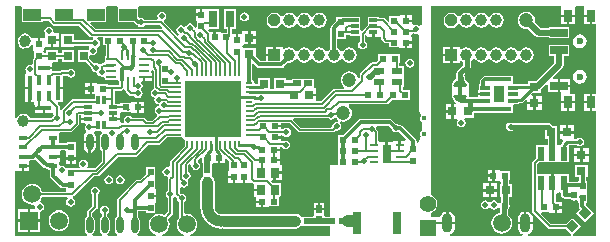
<source format=gbr>
%TF.GenerationSoftware,Altium Limited,Altium Designer,19.0.15 (446)*%
G04 Layer_Physical_Order=1*
G04 Layer_Color=255*
%FSLAX26Y26*%
%MOIN*%
%TF.FileFunction,Copper,L1,Top,Signal*%
%TF.Part,Single*%
G01*
G75*
%TA.AperFunction,NonConductor*%
%ADD10C,0.008000*%
%TA.AperFunction,Conductor*%
%ADD11C,0.038000*%
%TA.AperFunction,SMDPad,CuDef*%
%ADD12R,0.021654X0.023622*%
%ADD13R,0.023622X0.021654*%
%ADD14O,0.023622X0.055118*%
%TA.AperFunction,ConnectorPad*%
%ADD15R,0.031496X0.039370*%
%ADD16R,0.059055X0.027559*%
%TA.AperFunction,SMDPad,CuDef*%
%ADD17R,0.034449X0.009842*%
%ADD18R,0.009842X0.034449*%
%ADD19R,0.027559X0.017716*%
%ADD20C,0.059055*%
%ADD21R,0.023622X0.047244*%
%ADD22R,0.029528X0.031496*%
%ADD23R,0.023622X0.019685*%
%ADD24C,0.012008*%
%ADD25O,0.012008X0.062992*%
%ADD26R,0.035433X0.055118*%
%ADD27R,0.082677X0.013780*%
%ADD28R,0.033465X0.013780*%
%ADD29R,0.029528X0.059055*%
%ADD30R,0.027559X0.009842*%
%ADD31R,0.035433X0.023622*%
%ADD32P,0.044542X4X180.0*%
%ADD33R,0.029528X0.055118*%
%ADD34R,0.031496X0.031496*%
%ADD35C,0.039370*%
%ADD36C,0.047244*%
%ADD37R,0.059055X0.039370*%
%ADD38R,0.031496X0.029528*%
%ADD39R,0.019685X0.023622*%
%ADD40R,0.013780X0.078740*%
%ADD41R,0.047244X0.013780*%
%ADD42R,0.039370X0.013780*%
%ADD43R,0.015748X0.037402*%
%ADD44R,0.185039X0.185039*%
%ADD45O,0.025591X0.007874*%
%ADD46O,0.007874X0.025591*%
%ADD47R,0.031496X0.072835*%
%ADD48R,0.031496X0.033465*%
%ADD49R,0.025591X0.019685*%
%ADD50R,0.019685X0.025591*%
%ADD51R,0.025591X0.013780*%
%ADD52R,0.011811X0.031496*%
%ADD53R,0.031496X0.011811*%
%TA.AperFunction,Conductor*%
%ADD54C,0.008000*%
%ADD55C,0.012000*%
%ADD56C,0.015000*%
%ADD57C,0.010000*%
%ADD58C,0.007874*%
%ADD59C,0.011811*%
%ADD60C,0.006000*%
%ADD61C,0.007992*%
%ADD62C,0.009000*%
%ADD63C,0.020000*%
%ADD64C,0.006063*%
%ADD65C,0.011000*%
%ADD66C,0.040000*%
%TA.AperFunction,ComponentPad*%
%ADD67C,0.039370*%
G04:AMPARAMS|DCode=68|XSize=39mil|YSize=39mil|CornerRadius=0mil|HoleSize=0mil|Usage=FLASHONLY|Rotation=0.000|XOffset=0mil|YOffset=0mil|HoleType=Round|Shape=Octagon|*
%AMOCTAGOND68*
4,1,8,0.019500,-0.009750,0.019500,0.009750,0.009750,0.019500,-0.009750,0.019500,-0.019500,0.009750,-0.019500,-0.009750,-0.009750,-0.019500,0.009750,-0.019500,0.019500,-0.009750,0.0*
%
%ADD68OCTAGOND68*%

%ADD69C,0.023622*%
%ADD70O,0.035433X0.062992*%
%TA.AperFunction,WasherPad*%
%ADD71C,0.015000*%
%TA.AperFunction,ComponentPad*%
%ADD72R,0.039000X0.039000*%
%ADD73C,0.059055*%
%ADD74R,0.059055X0.059055*%
%ADD75C,0.047244*%
%ADD76C,0.055118*%
%ADD77R,0.055118X0.055118*%
%TA.AperFunction,ViaPad*%
%ADD78C,0.024000*%
%ADD79C,0.019685*%
%ADD80C,0.025984*%
G36*
X1367661Y777367D02*
Y715337D01*
X1367660Y715337D01*
X1364517Y713001D01*
X1364198Y712648D01*
X1359741Y710785D01*
X1356025Y711982D01*
X1353674Y713553D01*
X1347913Y714699D01*
X1342153Y713553D01*
X1341370Y713030D01*
X1335370Y716237D01*
Y724063D01*
X1315685D01*
Y728000D01*
X1311748D01*
Y746701D01*
X1296000D01*
Y746701D01*
X1293047Y743748D01*
X1259583D01*
Y728061D01*
X1254039Y725765D01*
X1243497Y736308D01*
X1240566Y738265D01*
X1237110Y738953D01*
X1224165D01*
Y741732D01*
X1188732D01*
Y713967D01*
X1188241Y713869D01*
X1185610Y712111D01*
X1169142Y695643D01*
X1163142Y698129D01*
Y741732D01*
X1127709D01*
Y740960D01*
X1113253D01*
Y741142D01*
X1081757D01*
Y727856D01*
X1066013Y712112D01*
X1063620Y708531D01*
X1062780Y704307D01*
Y634944D01*
X1058244Y631913D01*
X1054354Y626091D01*
X1047614D01*
X1043724Y631913D01*
X1035585Y637352D01*
X1025984Y639261D01*
X1016383Y637352D01*
X1008244Y631913D01*
X1004354Y626091D01*
X997615D01*
X993724Y631913D01*
X985585Y637352D01*
X975984Y639261D01*
X966383Y637352D01*
X958244Y631913D01*
X954354Y626091D01*
X947615D01*
X943724Y631913D01*
X935585Y637352D01*
X925984Y639261D01*
X916383Y637352D01*
X909358Y632658D01*
X903358Y634579D01*
Y641547D01*
X879921D01*
Y614173D01*
X875984D01*
Y610236D01*
X848610D01*
Y593812D01*
X829691D01*
X813582Y609921D01*
Y638543D01*
X772677D01*
X772244Y638543D01*
X769467Y645170D01*
X769630Y645433D01*
X773567Y649370D01*
X788976D01*
Y672009D01*
Y694646D01*
X769291D01*
Y684803D01*
X755850D01*
Y665117D01*
X747976D01*
Y684803D01*
X734197Y684803D01*
X733533Y690528D01*
Y701953D01*
X749095D01*
Y766913D01*
X709724D01*
Y701953D01*
X717380D01*
Y688468D01*
X701312D01*
X696535Y691421D01*
X696535Y691421D01*
X696535Y691421D01*
X680788D01*
Y673705D01*
X672914D01*
Y691421D01*
X659670D01*
X655139Y695953D01*
X657624Y701953D01*
X692008D01*
Y766913D01*
X654823D01*
X649606Y768803D01*
X647420Y768803D01*
X635827D01*
Y749117D01*
X631890D01*
Y745181D01*
X614173D01*
Y729433D01*
X617126Y724656D01*
X617126Y723433D01*
Y708592D01*
X611126Y705658D01*
X610011Y706525D01*
X609184Y710680D01*
X605921Y715564D01*
X601038Y718827D01*
X595277Y719973D01*
X589517Y718827D01*
X584633Y715564D01*
X581370Y710680D01*
X581185Y709750D01*
X574819Y708477D01*
X569935Y711740D01*
X564175Y712886D01*
X558414Y711740D01*
X553531Y708477D01*
X550268Y703594D01*
X549122Y697833D01*
X550268Y692073D01*
X553531Y687189D01*
X558414Y683926D01*
X558894Y679988D01*
X553133Y679054D01*
X507369Y724818D01*
X507186Y726111D01*
X508551Y732122D01*
X511410Y734032D01*
X514673Y738915D01*
X515819Y744676D01*
X514673Y750436D01*
X511410Y755320D01*
X506526Y758583D01*
X500766Y759729D01*
X495005Y758583D01*
X490122Y755320D01*
X486858Y750436D01*
X485713Y744676D01*
X486858Y738915D01*
X488339Y736699D01*
X485132Y730699D01*
X444210D01*
X442495Y733267D01*
X437611Y736530D01*
X431851Y737676D01*
X427588Y736828D01*
X423509Y740080D01*
X422559Y741387D01*
Y771367D01*
X425628Y777367D01*
X1367661Y777367D01*
D02*
G37*
G36*
X350593Y777367D02*
X353661Y772638D01*
X353661Y771367D01*
Y723425D01*
X406811D01*
X414017Y716219D01*
X417630Y713806D01*
X420347Y713265D01*
X421207Y711979D01*
X426090Y708716D01*
X431851Y707570D01*
X437611Y708716D01*
X442495Y711979D01*
X444210Y714546D01*
X494797D01*
X502751Y706593D01*
X500265Y700593D01*
X279941D01*
X262652Y717882D01*
X264949Y723425D01*
X315945D01*
Y771367D01*
X319013Y777367D01*
X350593D01*
D02*
G37*
G36*
X1210386Y675787D02*
X1227118D01*
X1232049Y673206D01*
Y669529D01*
X1232666Y666426D01*
X1234424Y663795D01*
X1242030Y656189D01*
X1244660Y654432D01*
X1247763Y653814D01*
X1259783D01*
Y639762D01*
X1291424Y639762D01*
X1296201Y636810D01*
X1298025Y636810D01*
X1311949D01*
Y655511D01*
X1315886D01*
Y659448D01*
X1335571D01*
Y670975D01*
X1335571Y674211D01*
X1332618Y678988D01*
Y682409D01*
X1336861Y686652D01*
X1340786D01*
X1342153Y685738D01*
X1347913Y684593D01*
X1352074Y685420D01*
X1358074Y682012D01*
X1358074Y433072D01*
X1358074Y431114D01*
X1358074Y431114D01*
X1358074Y431113D01*
X1358453Y429205D01*
X1358837Y427274D01*
X1358837Y427274D01*
X1358837Y427273D01*
X1360335Y423655D01*
X1360335Y423655D01*
X1360336Y423654D01*
X1361428Y422019D01*
X1362510Y420399D01*
X1362511Y420399D01*
X1362511Y420399D01*
X1364068Y418842D01*
X1364785Y412105D01*
X1362040Y407996D01*
X1361076Y403150D01*
X1362040Y398303D01*
X1364785Y394194D01*
X1367661Y392273D01*
Y362851D01*
X1364776Y360924D01*
X1362031Y356815D01*
X1361067Y351969D01*
X1362031Y347122D01*
X1364776Y343013D01*
X1362595Y337255D01*
X1362511Y337171D01*
X1360336Y333915D01*
X1358838Y330296D01*
X1358838Y330296D01*
X1358837Y330295D01*
X1358508Y328636D01*
X1358074Y326456D01*
X1358074Y326455D01*
X1358074Y326455D01*
X1358075Y325209D01*
X1356655Y323857D01*
X1352075Y321794D01*
X1349895Y323088D01*
Y326246D01*
X1349047Y330507D01*
X1346634Y334119D01*
X1301880Y378874D01*
X1298267Y381288D01*
X1294006Y382135D01*
X1292019D01*
X1287871Y384907D01*
X1282110Y386053D01*
X1280884Y385809D01*
X1269538Y397155D01*
X1265926Y399568D01*
X1261665Y400416D01*
X1163973D01*
X1159711Y399568D01*
X1156099Y397155D01*
X1105315Y346371D01*
X1087598D01*
Y314875D01*
X1087598D01*
Y310131D01*
X1087598D01*
Y278635D01*
X1087598D01*
Y274228D01*
X1087598D01*
Y247269D01*
X1062128D01*
Y75312D01*
X1062008Y75213D01*
X1046736D01*
X1042441Y79331D01*
Y96064D01*
X1024724D01*
Y100001D01*
D01*
Y96064D01*
X1007008D01*
Y79331D01*
X1002713Y75213D01*
X986220D01*
X983959Y74764D01*
X969488D01*
X969488Y74764D01*
Y74764D01*
X964247Y76856D01*
X963765Y77577D01*
X955852Y82865D01*
X946519Y84721D01*
X944853Y84390D01*
X707283D01*
X704898Y83915D01*
X699095Y84390D01*
X699094D01*
X693428Y85142D01*
X690996Y85625D01*
X684131Y90213D01*
X679543Y97078D01*
X678006Y104808D01*
X678308Y105176D01*
X678308D01*
X677555Y108961D01*
Y191378D01*
X675698Y200712D01*
X670411Y208624D01*
X668632Y209813D01*
X667677Y215417D01*
X667677Y215417D01*
Y232224D01*
X668253Y235118D01*
Y249482D01*
X672913Y252716D01*
X688661D01*
Y270433D01*
X696535D01*
Y252716D01*
X712283D01*
Y266128D01*
X717827Y268425D01*
X726149Y260102D01*
Y232210D01*
X723197Y227433D01*
X723197Y227433D01*
X723197Y227433D01*
Y211685D01*
X740913D01*
Y207748D01*
X744850D01*
Y188063D01*
X758197D01*
Y188063D01*
X771976D01*
Y207748D01*
X779850D01*
Y188063D01*
X793630D01*
Y188063D01*
X799630Y190295D01*
X802202Y187722D01*
X804822Y185971D01*
X807653Y185408D01*
Y168827D01*
X831275D01*
Y160953D01*
X807653D01*
Y140283D01*
X814543D01*
Y128149D01*
X834229D01*
Y124212D01*
X838165D01*
Y106496D01*
X853913D01*
Y106496D01*
X856866Y109449D01*
X890331D01*
Y138976D01*
X894532Y143236D01*
X897220D01*
Y186543D01*
X870225D01*
X864942Y191827D01*
X867238Y197370D01*
X872614D01*
Y221976D01*
X876551D01*
Y225913D01*
X900173D01*
Y246583D01*
X893283D01*
Y259496D01*
X873599D01*
Y267370D01*
X893283D01*
Y279716D01*
Y293496D01*
X873599D01*
Y301370D01*
X893283D01*
Y308968D01*
X900384D01*
X903466Y304356D01*
X908350Y301093D01*
X914110Y299947D01*
X919871Y301093D01*
X924754Y304356D01*
X928017Y309239D01*
X929163Y315000D01*
X928017Y320760D01*
X924754Y325644D01*
X919871Y328907D01*
X914110Y330053D01*
X908350Y328907D01*
X905543Y327032D01*
X897228D01*
Y335441D01*
X877543D01*
Y343315D01*
X897228D01*
Y349047D01*
X903000D01*
X905466Y345356D01*
X910350Y342093D01*
X916110Y340947D01*
X921871Y342093D01*
X926754Y345356D01*
X930017Y350239D01*
X931163Y356000D01*
X930017Y361760D01*
X926754Y366644D01*
X921871Y369907D01*
X916110Y371053D01*
X910350Y369907D01*
X906164Y367111D01*
X897228D01*
Y373063D01*
X877543D01*
Y380938D01*
X897228D01*
Y387057D01*
X926702D01*
X955136Y358624D01*
X957756Y356873D01*
X960847Y356259D01*
X1070852D01*
X1073943Y356873D01*
X1076563Y358624D01*
X1080991Y363052D01*
X1084646Y362325D01*
X1090406Y363471D01*
X1095290Y366734D01*
X1098553Y371617D01*
X1099699Y377378D01*
X1098553Y383138D01*
X1095290Y388022D01*
X1095012Y388207D01*
X1097854Y393525D01*
X1098659Y393191D01*
X1106110Y392210D01*
X1113562Y393191D01*
X1120505Y396067D01*
X1126467Y400643D01*
X1131043Y406605D01*
X1133919Y413549D01*
X1134900Y421000D01*
X1133919Y428451D01*
X1131043Y435395D01*
X1126467Y441357D01*
X1123506Y443630D01*
X1125543Y449630D01*
X1249016D01*
X1252472Y450317D01*
X1255402Y452275D01*
X1267694Y464567D01*
X1288386D01*
Y464567D01*
X1294291D01*
Y464567D01*
X1294386Y464567D01*
X1327756D01*
Y496063D01*
X1307149D01*
X1305293Y497920D01*
Y506890D01*
X1307087D01*
Y538291D01*
X1307087Y544291D01*
X1307087Y546354D01*
Y577756D01*
X1292839D01*
Y585866D01*
X1295528D01*
Y617362D01*
X1262158D01*
X1262063Y617362D01*
X1256158D01*
X1256063Y617362D01*
X1222693D01*
Y598724D01*
X1214813Y590844D01*
X1203983D01*
X1200504Y590152D01*
X1197554Y588181D01*
X1162992Y553618D01*
X1161021Y550668D01*
X1160329Y547189D01*
Y537477D01*
X1154329Y537084D01*
X1154187Y538159D01*
X1151311Y545102D01*
X1146736Y551065D01*
X1140773Y555640D01*
X1133830Y558516D01*
X1126378Y559497D01*
X1118927Y558516D01*
X1111984Y555640D01*
X1106021Y551065D01*
X1101446Y545102D01*
X1098570Y538159D01*
X1097589Y530707D01*
X1098570Y523256D01*
X1101446Y516313D01*
X1106021Y510350D01*
X1108743Y508261D01*
X1106707Y502261D01*
X1076688D01*
X1073209Y501569D01*
X1070259Y499598D01*
X1030993Y460332D01*
X1015748D01*
Y476377D01*
X993110D01*
Y484251D01*
X1015748D01*
Y503937D01*
X1012156D01*
X1006890Y505709D01*
Y535236D01*
X975488D01*
X971457Y535236D01*
Y535236D01*
X969488D01*
Y535236D01*
X934055D01*
Y529184D01*
X914376D01*
Y538102D01*
X875006D01*
Y500791D01*
X861227D01*
Y538102D01*
X821857D01*
Y515905D01*
X814083D01*
X809870Y521905D01*
X809898Y522047D01*
X809210Y525504D01*
X807252Y528434D01*
X804322Y530391D01*
X801096Y531033D01*
Y583073D01*
X806639Y585369D01*
X817205Y574803D01*
X820817Y572389D01*
X825079Y571542D01*
X899606D01*
X903868Y572389D01*
X907480Y574803D01*
X922462Y589785D01*
X925984Y589085D01*
X935585Y590994D01*
X943724Y596433D01*
X947615Y602255D01*
X954354D01*
X958244Y596433D01*
X966383Y590994D01*
X975984Y589085D01*
X985585Y590994D01*
X993724Y596433D01*
X997615Y602255D01*
X1004354D01*
X1008244Y596433D01*
X1016383Y590994D01*
X1025984Y589085D01*
X1035585Y590994D01*
X1043724Y596433D01*
X1047614Y602255D01*
X1054354D01*
X1058244Y596433D01*
X1066383Y590994D01*
X1075984Y589085D01*
X1085585Y590994D01*
X1093724Y596433D01*
X1097614Y602255D01*
X1104354D01*
X1108244Y596433D01*
X1116383Y590994D01*
X1125984Y589085D01*
X1135585Y590994D01*
X1143724Y596433D01*
X1149163Y604572D01*
X1151073Y614173D01*
X1149163Y623774D01*
X1143724Y631913D01*
X1135585Y637352D01*
X1125984Y639261D01*
X1116383Y637352D01*
X1108244Y631913D01*
X1104354Y626091D01*
X1097614D01*
X1093724Y631913D01*
X1085585Y637352D01*
X1084858Y637496D01*
Y668307D01*
X1113253D01*
Y681519D01*
X1127709D01*
Y678740D01*
X1161774D01*
Y659975D01*
X1159238Y658280D01*
X1155975Y653397D01*
X1154829Y647636D01*
X1155975Y641876D01*
X1159238Y636992D01*
X1164122Y633729D01*
X1169882Y632583D01*
X1175643Y633729D01*
X1180526Y636992D01*
X1183789Y641876D01*
X1184935Y647636D01*
X1183789Y653397D01*
X1180526Y658280D01*
X1177991Y659975D01*
Y678239D01*
X1179780Y679552D01*
X1185780Y676514D01*
Y675787D01*
X1202512D01*
Y690552D01*
X1210386D01*
Y675787D01*
D02*
G37*
G36*
X31380Y777367D02*
X34449Y772638D01*
X34449Y771367D01*
Y723425D01*
X103346D01*
Y727829D01*
X123562D01*
X136677Y714714D01*
X139297Y712963D01*
X142388Y712348D01*
X225443D01*
X262797Y674995D01*
X265417Y673244D01*
X268508Y672629D01*
X271174D01*
X272437Y666629D01*
X268830Y664219D01*
X267753Y662607D01*
X207278D01*
Y683622D01*
X165940D01*
Y642284D01*
X207278D01*
Y644543D01*
X256600D01*
X258032Y642449D01*
X259258Y638543D01*
X256709Y634728D01*
X255941Y630869D01*
X220472D01*
Y589531D01*
X249405D01*
X265717Y573219D01*
X265461Y571933D01*
X266607Y566173D01*
X269870Y561289D01*
X274753Y558026D01*
X280514Y556880D01*
X285867Y551827D01*
X286093Y550690D01*
X289356Y545807D01*
X294240Y542543D01*
X300000Y541398D01*
X304660Y542325D01*
X308667Y540205D01*
X310660Y538601D01*
Y531038D01*
X354951D01*
X357302Y526011D01*
X357439Y525320D01*
X357884Y524654D01*
Y513623D01*
X320669D01*
Y517126D01*
X289029Y517126D01*
X284252Y520079D01*
X282428Y520079D01*
X268504D01*
Y502361D01*
Y484646D01*
X271146D01*
X276575Y483268D01*
X276575Y478646D01*
Y466738D01*
X204988D01*
X201897Y466123D01*
X199277Y464372D01*
X167520Y432615D01*
X166607Y431249D01*
X160607Y432456D01*
Y440945D01*
X159919Y444401D01*
X157961Y447331D01*
X154143Y451149D01*
X156439Y456693D01*
X171260D01*
Y500000D01*
X156496D01*
Y507874D01*
X171260D01*
Y544644D01*
X186113D01*
X187190Y543032D01*
X192074Y539768D01*
X197835Y538623D01*
X203595Y539768D01*
X208479Y543032D01*
X211742Y547915D01*
X212888Y553676D01*
X211742Y559436D01*
X208479Y564320D01*
X203595Y567583D01*
X197835Y568729D01*
X192074Y567583D01*
X187190Y564320D01*
X186113Y562707D01*
X164768D01*
X161312Y562020D01*
X160080Y561197D01*
X136811D01*
X135827Y562005D01*
Y567913D01*
X108267D01*
Y575787D01*
X135827D01*
Y586614D01*
X138431Y591535D01*
X156496D01*
Y601168D01*
X167322D01*
Y589531D01*
X206693D01*
Y630869D01*
X167322D01*
Y619232D01*
X156496D01*
Y630905D01*
X115157D01*
Y621219D01*
X109157Y620653D01*
X107207Y622603D01*
X105992Y626252D01*
X108268Y629934D01*
X108268Y631759D01*
Y637363D01*
X112205Y641732D01*
X114268Y641732D01*
X131890D01*
Y664370D01*
X135827D01*
Y668307D01*
X159449D01*
Y687008D01*
X143748D01*
X138824Y693008D01*
X139008Y693931D01*
X137862Y699692D01*
X134599Y704576D01*
X129715Y707839D01*
X123955Y708984D01*
X118195Y707839D01*
X113311Y704576D01*
X110048Y699692D01*
X108902Y693931D01*
X110048Y688171D01*
X112205Y684943D01*
Y673674D01*
X108268Y669304D01*
X106205Y669304D01*
X94488D01*
Y649619D01*
X86614D01*
Y669304D01*
X73976Y669304D01*
X71120Y670191D01*
X67893Y671859D01*
X63016Y679157D01*
X54876Y684596D01*
X45276Y686506D01*
X35675Y684596D01*
X27535Y679157D01*
X22097Y671018D01*
X20187Y661417D01*
X22097Y651816D01*
X23554Y649635D01*
X24479Y644987D01*
X27742Y640104D01*
X32625Y636841D01*
X38386Y635695D01*
X43424Y636697D01*
X45276Y636329D01*
X54876Y638239D01*
X63016Y643677D01*
X66835Y649392D01*
X72835Y647572D01*
X72835Y629934D01*
X75787Y625158D01*
X75787Y623934D01*
Y606290D01*
X73338Y603840D01*
X71380Y600910D01*
X70692Y597454D01*
Y583892D01*
X64692Y580283D01*
X60960Y581025D01*
X55199Y579880D01*
X50316Y576616D01*
X47053Y571733D01*
X45907Y565972D01*
X47053Y560212D01*
X49078Y557181D01*
X46647Y551423D01*
X46420Y551181D01*
X45276D01*
Y507874D01*
X60039D01*
Y503937D01*
X63976D01*
Y456693D01*
X74575Y456693D01*
X74803Y450787D01*
X76772Y445603D01*
Y439960D01*
X108267D01*
Y436023D01*
X112204D01*
Y421260D01*
X137770D01*
X139626Y418263D01*
X140549Y415585D01*
X137668Y411272D01*
X136770Y406761D01*
X132742Y402733D01*
X62662D01*
X62549Y403302D01*
X57110Y411441D01*
X48971Y416879D01*
X39370Y418789D01*
X29769Y416879D01*
X21630Y411441D01*
X16192Y403302D01*
X16035Y402513D01*
X10035Y403104D01*
Y777367D01*
X31380D01*
D02*
G37*
G36*
X304784Y647441D02*
X313982D01*
Y609778D01*
X310660D01*
Y590093D01*
X306017Y586817D01*
X304740D01*
X301649Y586202D01*
X299029Y584451D01*
X297886Y583308D01*
X291158Y582577D01*
X286274Y585841D01*
X280514Y586986D01*
X275742Y586037D01*
X259842Y601937D01*
Y611194D01*
X262278Y613072D01*
X265842Y614864D01*
X270616Y613915D01*
X276376Y615060D01*
X281260Y618323D01*
X284523Y623207D01*
X285669Y628968D01*
X284523Y634728D01*
X287450Y641148D01*
X290118Y642931D01*
X293382Y647815D01*
X294527Y653575D01*
X293382Y659336D01*
X290118Y664219D01*
X286512Y666629D01*
X287775Y672629D01*
X304784D01*
Y647441D01*
D02*
G37*
G36*
X474450Y560511D02*
Y508834D01*
X474707Y507541D01*
X473834Y503698D01*
X471645Y500061D01*
X468368Y497871D01*
X465104Y492988D01*
X463959Y487227D01*
X465104Y481467D01*
X468368Y476583D01*
X472431Y473868D01*
X477358Y470443D01*
X476212Y464682D01*
X477358Y458922D01*
X480621Y454038D01*
X485505Y450775D01*
X489258Y450029D01*
X489925Y449645D01*
Y443778D01*
X486323Y443062D01*
X481439Y439799D01*
X478176Y434915D01*
X477030Y429155D01*
X478176Y423394D01*
X481439Y418511D01*
X483548Y417102D01*
X484769Y410161D01*
X484631Y409711D01*
X469780Y394860D01*
X453176D01*
X444668Y403368D01*
X442048Y405119D01*
X438957Y405734D01*
X402076D01*
X400360Y408301D01*
X395476Y411564D01*
X389716Y412710D01*
X383955Y411564D01*
X379072Y408301D01*
X375809Y403418D01*
X374663Y397657D01*
X375665Y392619D01*
X375207Y391036D01*
X372730Y387493D01*
X366560Y387152D01*
X362384Y391035D01*
X362205Y391442D01*
Y397637D01*
X338583D01*
Y405512D01*
X362205D01*
Y420255D01*
X364569Y425276D01*
X396209Y425276D01*
X400986Y422323D01*
X402810Y422323D01*
X416734D01*
Y440040D01*
Y457756D01*
X400986D01*
X396209Y454803D01*
X394986Y454803D01*
X364569D01*
Y453421D01*
X359252Y451772D01*
Y451772D01*
X343742D01*
Y495430D01*
X363978D01*
X367459Y496123D01*
X370410Y498095D01*
X372813Y500497D01*
X373684Y501047D01*
X379142Y499122D01*
X379447Y498276D01*
Y496477D01*
X380062Y493386D01*
X381812Y490766D01*
X392045Y480533D01*
X394665Y478782D01*
X397756Y478168D01*
X409219D01*
X410935Y475600D01*
X415818Y472337D01*
X421579Y471191D01*
X427339Y472337D01*
X432223Y475600D01*
X435486Y480483D01*
X436632Y486244D01*
X435486Y492005D01*
X432223Y496888D01*
X432219Y496891D01*
Y501192D01*
X435482Y506075D01*
X436628Y511836D01*
X435482Y517596D01*
X432483Y522085D01*
X432940Y524157D01*
X434630Y528085D01*
X438081D01*
Y540880D01*
X442018D01*
Y544817D01*
X467117D01*
Y553676D01*
X464164D01*
Y562312D01*
X470164Y564797D01*
X474450Y560511D01*
D02*
G37*
G36*
X1055225Y403437D02*
X1060108Y400173D01*
X1065869Y399028D01*
X1071629Y400173D01*
X1076513Y403437D01*
X1083673Y403353D01*
X1085753Y400643D01*
X1089824Y397518D01*
X1087282Y391906D01*
X1084646Y392431D01*
X1078885Y391285D01*
X1074002Y388022D01*
X1070738Y383138D01*
X1069593Y377378D01*
X1065117Y372412D01*
X964192D01*
X938673Y397930D01*
X941158Y403930D01*
X1054895D01*
X1055225Y403437D01*
D02*
G37*
G36*
X1267767Y367430D02*
X1268203Y365239D01*
X1271466Y360356D01*
X1276350Y357093D01*
X1282110Y355947D01*
X1287871Y357093D01*
X1290445Y358813D01*
X1315885Y333373D01*
X1313017Y327756D01*
X1297245D01*
Y314961D01*
X1289371D01*
Y327756D01*
X1271654D01*
Y322834D01*
X1253937D01*
Y285433D01*
X1246063D01*
Y322834D01*
X1230803D01*
X1225394Y324803D01*
X1221855Y329337D01*
Y358647D01*
X1221240Y361738D01*
X1219489Y364358D01*
X1218899Y364753D01*
X1215740Y367911D01*
X1215798Y368203D01*
X1215014Y372145D01*
X1218525Y378146D01*
X1257052D01*
X1267767Y367430D01*
D02*
G37*
G36*
X1831394Y777367D02*
X1832087Y771653D01*
X1832087Y771367D01*
Y748032D01*
X1855709D01*
X1879331D01*
Y771367D01*
X1880023Y777367D01*
X1907378D01*
X1908071Y771653D01*
X1908071D01*
Y748032D01*
X1931693D01*
Y744095D01*
X1935630D01*
Y716535D01*
X1948627D01*
Y484252D01*
X1935630D01*
Y456693D01*
Y429134D01*
X1948627D01*
Y10035D01*
X1872554D01*
X1870493Y15011D01*
X1870069Y16035D01*
X1870460Y16426D01*
X1870460D01*
X1870668Y16634D01*
X1896723Y42689D01*
X1867493Y71920D01*
X1847976Y52403D01*
X1798256D01*
X1765651Y85008D01*
X1767947Y90551D01*
X1790499Y90551D01*
X1795276Y87598D01*
X1797100Y87599D01*
X1811024D01*
Y106299D01*
X1814961D01*
Y110236D01*
X1834646D01*
Y125000D01*
X1813230D01*
Y151549D01*
X1817473Y155791D01*
X1822835Y155791D01*
X1825496Y157436D01*
X1831496Y154653D01*
Y149540D01*
X1832460Y144694D01*
X1835206Y140585D01*
X1839314Y137839D01*
X1840700Y137564D01*
X1843377Y135775D01*
X1847638Y134928D01*
X1861105D01*
X1861816Y133863D01*
X1867413Y130124D01*
X1874016Y128810D01*
X1880618Y130124D01*
X1882189Y131173D01*
X1888189Y127966D01*
Y121850D01*
X1891964D01*
Y109953D01*
X1892812Y105691D01*
X1895226Y102079D01*
X1896438Y100866D01*
X1882804Y87231D01*
X1912035Y58001D01*
X1941265Y87231D01*
X1925807Y102690D01*
X1925197Y103603D01*
X1914235Y114565D01*
Y121850D01*
X1919685D01*
Y155315D01*
X1919685D01*
Y161220D01*
X1919685D01*
Y194685D01*
X1915072D01*
Y207677D01*
X1920276D01*
Y247047D01*
X1878937D01*
Y207677D01*
X1892802D01*
Y194685D01*
X1888189D01*
Y192238D01*
X1857284D01*
Y215831D01*
X1827612D01*
X1822835Y218783D01*
X1819042Y218783D01*
X1807087D01*
Y187287D01*
X1799213D01*
Y218783D01*
X1783465D01*
X1778688Y215831D01*
X1753190D01*
Y249775D01*
X1760584Y257169D01*
X1780417D01*
X1786417Y257169D01*
X1788480Y257169D01*
X1817819D01*
X1823819Y257169D01*
X1825882Y257169D01*
X1857284D01*
Y314256D01*
X1863230Y314384D01*
X1882802D01*
X1883155Y313856D01*
X1888039Y310593D01*
X1893799Y309447D01*
X1899560Y310593D01*
X1904443Y313856D01*
X1907706Y318739D01*
X1908852Y324500D01*
X1907706Y330260D01*
X1904443Y335144D01*
X1899560Y338407D01*
X1893799Y339553D01*
X1888039Y338407D01*
X1883155Y335144D01*
X1882802Y334616D01*
X1874016D01*
Y352362D01*
X1851378D01*
X1828740D01*
Y332677D01*
X1835477D01*
X1837962Y326677D01*
X1833398Y322114D01*
X1831206Y318832D01*
X1830436Y314961D01*
X1829731Y314256D01*
X1823819Y314256D01*
X1818363Y315570D01*
Y349481D01*
X1817914Y351742D01*
Y376968D01*
X1803737D01*
X1796554Y384151D01*
X1792446Y386897D01*
X1787599Y387861D01*
X1671003D01*
X1669143Y389103D01*
X1663382Y390249D01*
X1657622Y389103D01*
X1652738Y385840D01*
X1649475Y380957D01*
X1648330Y375196D01*
X1649475Y369436D01*
X1652738Y364552D01*
X1657622Y361289D01*
X1663382Y360143D01*
X1669143Y361289D01*
X1671003Y362531D01*
X1778543D01*
Y335630D01*
X1787936D01*
Y315570D01*
X1782480Y314256D01*
X1780417Y314256D01*
X1749016D01*
Y271328D01*
X1737662Y259975D01*
X1735691Y257024D01*
X1734998Y253543D01*
Y93701D01*
X1735691Y90220D01*
X1737662Y87269D01*
X1788056Y36875D01*
X1791007Y34903D01*
X1794488Y34211D01*
X1846740D01*
X1864317Y16634D01*
X1864525Y16426D01*
X1864916Y16035D01*
X1864525Y15091D01*
X1862431Y10035D01*
X1722900D01*
X1721707Y16035D01*
X1725504Y17608D01*
X1730850Y21709D01*
X1734952Y27055D01*
X1737530Y33280D01*
X1738410Y39961D01*
Y49803D01*
X1712599D01*
X1686787D01*
Y39961D01*
X1687667Y33280D01*
X1690245Y27055D01*
X1694347Y21709D01*
X1699693Y17608D01*
X1703490Y16035D01*
X1702296Y10035D01*
X1463058D01*
X1461864Y16035D01*
X1465661Y17608D01*
X1471007Y21709D01*
X1475109Y27055D01*
X1477688Y33280D01*
X1478567Y39961D01*
Y49803D01*
X1452756D01*
Y53740D01*
X1448819D01*
Y92813D01*
X1446075Y92451D01*
X1439850Y89873D01*
X1434505Y85771D01*
X1430403Y80425D01*
X1427824Y74200D01*
X1422047Y74016D01*
Y74016D01*
X1397638D01*
Y87520D01*
X1402995Y89739D01*
X1409779Y94945D01*
X1414986Y101730D01*
X1418258Y109631D01*
X1419375Y118110D01*
X1418258Y126589D01*
X1414986Y134490D01*
X1409779Y141275D01*
X1402995Y146482D01*
X1397638Y148701D01*
Y164397D01*
X1397830Y165366D01*
X1397830Y165366D01*
X1397830Y165367D01*
X1397830Y167321D01*
X1397830Y167322D01*
X1397830Y324498D01*
X1397831Y326457D01*
X1397638Y327428D01*
Y430145D01*
X1397830Y431113D01*
X1397830Y433068D01*
X1397830Y433070D01*
X1397831Y698695D01*
X1397781Y698945D01*
X1397818Y699196D01*
X1397720Y701154D01*
X1397638Y701483D01*
Y777367D01*
X1831394D01*
D02*
G37*
G36*
X232284Y405512D02*
X255906D01*
Y397638D01*
X232284D01*
Y387795D01*
X244161D01*
X246880Y381795D01*
X245004Y378988D01*
X243858Y373228D01*
X245004Y367467D01*
X248267Y362583D01*
X248457Y362456D01*
Y355240D01*
X246241Y353759D01*
X241890Y347248D01*
X240362Y339567D01*
Y327756D01*
X280504D01*
Y339567D01*
X278976Y347248D01*
X274625Y353759D01*
X274532Y354358D01*
X278635Y359252D01*
X298977D01*
X300797Y353252D01*
X298370Y351630D01*
X294671Y346095D01*
X293373Y339567D01*
Y308071D01*
X294671Y301542D01*
X298370Y296007D01*
X300979Y294264D01*
Y258801D01*
X278554Y236376D01*
X255746D01*
X252539Y242376D01*
X253785Y244239D01*
X254930Y250000D01*
X253785Y255760D01*
X250522Y260644D01*
X245638Y263907D01*
X239877Y265053D01*
X234117Y263907D01*
X229233Y260644D01*
X225970Y255760D01*
X224824Y250000D01*
X225970Y244239D01*
X227215Y242376D01*
X224008Y236376D01*
X206654D01*
X205873Y236220D01*
X183071D01*
X183071Y236220D01*
Y236221D01*
X179877Y240970D01*
X174993Y244233D01*
X169233Y245379D01*
X164465Y244431D01*
X160841Y246267D01*
X158464Y248103D01*
Y257874D01*
X161417Y258858D01*
Y271654D01*
X139764D01*
Y279527D01*
X161417D01*
Y292323D01*
X164766Y296935D01*
X178725D01*
X182070Y290935D01*
X181102Y289370D01*
X181102Y287546D01*
Y273622D01*
X198818D01*
X216536D01*
Y289370D01*
X213583Y294147D01*
X213583Y295370D01*
Y325787D01*
X184055D01*
Y319206D01*
X159438D01*
X158465Y324803D01*
X158465Y324803D01*
X158464Y324803D01*
Y352362D01*
X161084Y357277D01*
X197049D01*
X200140Y357892D01*
X202760Y359643D01*
X222983Y379865D01*
X224734Y382486D01*
X225349Y385577D01*
Y412546D01*
X225986Y413183D01*
X232284D01*
Y405512D01*
D02*
G37*
G36*
X636496Y270053D02*
Y255669D01*
X637826D01*
Y235118D01*
X638149Y233490D01*
Y215417D01*
X638149D01*
X637505Y209684D01*
X635919Y208624D01*
X630632Y200712D01*
X628775Y191378D01*
Y105176D01*
X630533Y96342D01*
X630996Y91631D01*
X634948Y78606D01*
X641364Y66602D01*
X649999Y56081D01*
X660520Y47446D01*
X672524Y41029D01*
X685549Y37078D01*
X699094Y35744D01*
Y35610D01*
X703189Y36425D01*
X707283Y35610D01*
X946187D01*
X946188Y35610D01*
X955521Y37467D01*
X963434Y42754D01*
X963765Y43085D01*
X963968Y43388D01*
X969488Y45236D01*
X969488Y45236D01*
X969488Y45236D01*
X983959D01*
X986220Y44786D01*
X1062008D01*
X1062128Y44688D01*
Y10035D01*
X594999Y10035D01*
X593639Y15650D01*
X602019Y19122D01*
X609215Y24643D01*
X614737Y31839D01*
X618208Y40219D01*
X619392Y49212D01*
X618208Y58206D01*
X614737Y66586D01*
X609215Y73782D01*
X602019Y79303D01*
X593639Y82775D01*
X584646Y83959D01*
X580472Y83409D01*
X575961Y87365D01*
Y124105D01*
X577573Y125183D01*
X580836Y130066D01*
X581982Y135827D01*
X580836Y141587D01*
X577573Y146471D01*
X572690Y149734D01*
X566929Y150880D01*
X565784Y150652D01*
X560992Y155444D01*
Y170782D01*
X566992Y173989D01*
X568252Y173148D01*
X574013Y172002D01*
X579773Y173148D01*
X584657Y176411D01*
X587920Y181294D01*
X589066Y187055D01*
X587993Y192448D01*
X587532Y198474D01*
X589795Y199986D01*
X592415Y201737D01*
X595679Y206621D01*
X596824Y212381D01*
X595679Y218142D01*
X592415Y223025D01*
X589848Y224741D01*
Y247243D01*
X594264Y251660D01*
X599794Y248704D01*
X599057Y245000D01*
X600203Y239239D01*
X603466Y234356D01*
X608350Y231093D01*
X614110Y229947D01*
X619871Y231093D01*
X624754Y234356D01*
X628017Y239239D01*
X629163Y245000D01*
X628017Y250760D01*
X624754Y255644D01*
X622465Y257174D01*
X622057Y263507D01*
X630956Y272356D01*
X636496Y270053D01*
D02*
G37*
G36*
X541504Y340474D02*
X544960Y339787D01*
X562677D01*
X566133Y340474D01*
X566519Y340733D01*
X572519Y337627D01*
Y335039D01*
X575107D01*
X578213Y329039D01*
X577955Y328653D01*
X577267Y325197D01*
Y311103D01*
X530582Y264418D01*
X528624Y261488D01*
X527937Y258032D01*
Y242857D01*
X521937Y239292D01*
X518110Y240053D01*
X512350Y238907D01*
X507466Y235644D01*
X504203Y230760D01*
X503057Y225000D01*
X504203Y219239D01*
X507466Y214356D01*
X512350Y211093D01*
X518110Y209947D01*
X518399Y210004D01*
X521849Y204573D01*
X521183Y203576D01*
X520496Y200120D01*
Y161328D01*
X518883Y160250D01*
X515620Y155367D01*
X514475Y149606D01*
X515620Y143846D01*
X518883Y138962D01*
X520496Y137885D01*
Y91674D01*
X508527Y79706D01*
X501119Y82775D01*
X492126Y83959D01*
X483133Y82775D01*
X474753Y79303D01*
X467557Y73782D01*
X462035Y66586D01*
X458564Y58206D01*
X457380Y49212D01*
X458564Y40219D01*
X462035Y31839D01*
X467557Y24643D01*
X474753Y19122D01*
X483133Y15650D01*
X481773Y10035D01*
X420704D01*
X418884Y16035D01*
X422496Y18448D01*
X426195Y23983D01*
X427493Y30512D01*
Y62008D01*
X426195Y68536D01*
X422496Y74071D01*
X421568Y74691D01*
Y94613D01*
X448732D01*
Y89016D01*
X478260D01*
Y120656D01*
X481213Y125433D01*
X481213Y125433D01*
X481213Y125433D01*
Y141181D01*
X463496D01*
Y149055D01*
X481213D01*
Y164803D01*
X481213D01*
X479244Y169988D01*
Y200787D01*
X479244D01*
Y206693D01*
X479244D01*
X479244Y206787D01*
Y240157D01*
X447748D01*
Y218115D01*
X426944Y197311D01*
X417394D01*
X414303Y196696D01*
X411683Y194945D01*
X354722Y137984D01*
X352971Y135364D01*
X352356Y132274D01*
Y76735D01*
X348370Y74071D01*
X344671Y68536D01*
X343373Y62008D01*
Y30512D01*
X344671Y23983D01*
X348370Y18448D01*
X351982Y16035D01*
X350162Y10035D01*
X320704D01*
X318884Y16035D01*
X322496Y18448D01*
X326195Y23983D01*
X327493Y30512D01*
Y62008D01*
X326195Y68536D01*
X322496Y74071D01*
X318348Y76843D01*
Y84097D01*
X320916Y85812D01*
X324179Y90696D01*
X325325Y96457D01*
X324179Y102217D01*
X320916Y107101D01*
X316032Y110364D01*
X310272Y111510D01*
X304511Y110364D01*
X299627Y107101D01*
X296364Y102217D01*
X295219Y96457D01*
X296364Y90696D01*
X299627Y85812D01*
X302195Y84097D01*
Y76627D01*
X298370Y74071D01*
X294671Y68536D01*
X293373Y62008D01*
Y30512D01*
X294671Y23983D01*
X298370Y18448D01*
X301982Y16035D01*
X300162Y10035D01*
X270704D01*
X268884Y16035D01*
X272496Y18448D01*
X276195Y23983D01*
X277493Y30512D01*
Y62008D01*
X276195Y68536D01*
X272496Y74071D01*
X269465Y76097D01*
Y86414D01*
X284930Y101879D01*
X286888Y104809D01*
X287575Y108265D01*
Y148712D01*
X289187Y149789D01*
X292450Y154673D01*
X293596Y160433D01*
X292450Y166194D01*
X289187Y171077D01*
X284304Y174340D01*
X278543Y175486D01*
X272783Y174340D01*
X267899Y171077D01*
X264636Y166194D01*
X263490Y160433D01*
X264636Y154673D01*
X267899Y149789D01*
X269512Y148712D01*
Y112006D01*
X254047Y96541D01*
X252089Y93611D01*
X251401Y90155D01*
Y76097D01*
X248370Y74071D01*
X244672Y68536D01*
X243373Y62008D01*
Y30512D01*
X244672Y23983D01*
X248370Y18448D01*
X251982Y16035D01*
X250162Y10035D01*
X10035D01*
Y226670D01*
X15748Y227362D01*
X16035Y227362D01*
X33465D01*
Y244095D01*
X37402D01*
Y248032D01*
X59055D01*
Y260827D01*
X63552Y264455D01*
X70229D01*
X74490Y265303D01*
X78103Y267717D01*
X79111Y268724D01*
X108756Y239079D01*
X112368Y236665D01*
X116630Y235817D01*
X121063D01*
Y230315D01*
X128628D01*
Y212384D01*
X129476Y208123D01*
X131890Y204510D01*
X162118Y174282D01*
X165731Y171868D01*
X169992Y171020D01*
X183071D01*
Y163386D01*
X183071D01*
X182354Y157683D01*
X102580D01*
X102459Y158599D01*
X98988Y166979D01*
X93466Y174175D01*
X86270Y179697D01*
X77890Y183168D01*
X68897Y184352D01*
X59904Y183168D01*
X51524Y179697D01*
X44328Y174175D01*
X38806Y166979D01*
X35335Y158599D01*
X34151Y149606D01*
X35335Y140613D01*
X38806Y132233D01*
X44328Y125037D01*
X51524Y119515D01*
X59904Y116044D01*
X68897Y114860D01*
X74468Y115594D01*
X75560Y114906D01*
X79072Y110326D01*
X78346Y106672D01*
X78523Y105783D01*
X73598Y99783D01*
X62205D01*
Y66318D01*
X95669D01*
Y92071D01*
X99159Y92765D01*
X104043Y96028D01*
X107306Y100912D01*
X108452Y106672D01*
X107306Y112433D01*
X104043Y117317D01*
X99159Y120580D01*
X97486Y120912D01*
X97406Y120995D01*
X95325Y127460D01*
X98988Y132233D01*
X102459Y140613D01*
X102580Y141530D01*
X186259D01*
X188079Y135530D01*
X186206Y134278D01*
X182943Y129395D01*
X181797Y123634D01*
X182943Y117874D01*
X186206Y112990D01*
X191090Y109727D01*
X196850Y108581D01*
X202611Y109727D01*
X207494Y112990D01*
X210758Y117874D01*
X211903Y123634D01*
X210758Y129395D01*
X207494Y134278D01*
X204960Y135972D01*
X204871Y138287D01*
X205845Y142550D01*
X207858Y143895D01*
X273264Y209301D01*
X286423D01*
X289513Y209916D01*
X292134Y211667D01*
X355395Y274929D01*
X413273D01*
X416364Y275543D01*
X418984Y277294D01*
X456466Y314776D01*
X490571D01*
X493662Y315391D01*
X496282Y317142D01*
X519883Y340742D01*
X541103D01*
X541504Y340474D01*
D02*
G37*
G36*
X552288Y137897D02*
X551876Y135827D01*
X553022Y130066D01*
X556285Y125183D01*
X557897Y124105D01*
Y74504D01*
X558460Y71675D01*
X554555Y66586D01*
X551083Y58206D01*
X549899Y49212D01*
X551083Y40219D01*
X554555Y31839D01*
X560076Y24643D01*
X567273Y19122D01*
X575653Y15650D01*
X574293Y10035D01*
X502479D01*
X501119Y15650D01*
X509499Y19122D01*
X516695Y24643D01*
X522217Y31839D01*
X525688Y40219D01*
X526872Y49212D01*
X525688Y58206D01*
X522217Y66586D01*
X521668Y67301D01*
X535914Y81547D01*
X537872Y84477D01*
X538559Y87933D01*
Y137885D01*
X540172Y138962D01*
X541482Y140923D01*
X548110Y142036D01*
X552288Y137897D01*
D02*
G37*
%LPC*%
G36*
X627953Y768803D02*
X614173D01*
Y753054D01*
X627953D01*
Y768803D01*
D02*
G37*
G36*
X1025984Y755010D02*
X1016383Y753100D01*
X1008244Y747661D01*
X1004354Y741839D01*
X997615D01*
X993724Y747661D01*
X985585Y753100D01*
X975984Y755010D01*
X966383Y753100D01*
X958244Y747661D01*
X954354Y741839D01*
X947615D01*
X943724Y747661D01*
X935585Y753100D01*
X925984Y755010D01*
X916383Y753100D01*
X908244Y747661D01*
X905695Y743847D01*
X898564Y743973D01*
X888195Y754342D01*
X863774D01*
X851563Y742132D01*
Y717711D01*
X863774Y705500D01*
X888195D01*
X898564Y715869D01*
X905695Y715995D01*
X908244Y712181D01*
X916383Y706742D01*
X925984Y704833D01*
X935585Y706742D01*
X943724Y712181D01*
X947615Y718003D01*
X954354D01*
X958244Y712181D01*
X966383Y706742D01*
X975984Y704833D01*
X985585Y706742D01*
X993724Y712181D01*
X997615Y718003D01*
X1004354D01*
X1008244Y712181D01*
X1016383Y706742D01*
X1025984Y704833D01*
X1035585Y706742D01*
X1043724Y712181D01*
X1049163Y720320D01*
X1051073Y729921D01*
X1049163Y739522D01*
X1043724Y747661D01*
X1035585Y753100D01*
X1025984Y755010D01*
D02*
G37*
G36*
X1335370Y746701D02*
X1319622D01*
Y731937D01*
X1335370D01*
Y746701D01*
D02*
G37*
G36*
X776182Y755996D02*
X770422Y754851D01*
X765538Y751587D01*
X762275Y746704D01*
X761129Y740943D01*
X762275Y735183D01*
X765538Y730299D01*
X770422Y727036D01*
X776182Y725890D01*
X781943Y727036D01*
X786826Y730299D01*
X790089Y735183D01*
X791235Y740943D01*
X790089Y746704D01*
X786826Y751587D01*
X781943Y754851D01*
X776182Y755996D01*
D02*
G37*
G36*
X816535Y694646D02*
X796850D01*
Y675946D01*
X816535D01*
Y694646D01*
D02*
G37*
G36*
Y668072D02*
X796850D01*
Y649370D01*
X816535D01*
Y668072D01*
D02*
G37*
G36*
X872047Y641547D02*
X848610D01*
Y618110D01*
X872047D01*
Y641547D01*
D02*
G37*
G36*
X1335571Y651574D02*
X1319823D01*
Y636810D01*
X1335571D01*
Y651574D01*
D02*
G37*
G36*
X1327752Y602310D02*
X1321991Y601164D01*
X1317108Y597901D01*
X1313845Y593017D01*
X1312699Y587257D01*
X1313845Y581496D01*
X1317108Y576613D01*
X1321991Y573350D01*
X1327752Y572204D01*
X1333512Y573350D01*
X1338396Y576613D01*
X1341659Y581496D01*
X1342805Y587257D01*
X1341659Y593017D01*
X1338396Y597901D01*
X1333512Y601164D01*
X1327752Y602310D01*
D02*
G37*
G36*
X900173Y218039D02*
X880488D01*
Y197370D01*
X900173D01*
Y218039D01*
D02*
G37*
G36*
X736976Y203811D02*
X723197D01*
Y188063D01*
X736976D01*
Y203811D01*
D02*
G37*
G36*
X830292Y120275D02*
X814543D01*
Y106496D01*
X830292D01*
Y120275D01*
D02*
G37*
G36*
X1042441Y120669D02*
X1028661D01*
Y103938D01*
X1042441D01*
Y120669D01*
D02*
G37*
G36*
X1020787D02*
X1007008D01*
Y103938D01*
X1020787D01*
Y120669D01*
D02*
G37*
G36*
X159449Y660433D02*
X139764D01*
Y641732D01*
X159449D01*
Y660433D01*
D02*
G37*
G36*
X260630Y520079D02*
X244882D01*
Y506298D01*
X260630D01*
Y520079D01*
D02*
G37*
G36*
Y498424D02*
X244882D01*
Y484646D01*
X260630D01*
Y498424D01*
D02*
G37*
G36*
X56102Y500000D02*
X45276D01*
Y456693D01*
X56102D01*
Y500000D01*
D02*
G37*
G36*
X104331Y432086D02*
X76772D01*
Y421260D01*
X104331D01*
Y432086D01*
D02*
G37*
G36*
X467117Y536943D02*
X445955D01*
Y528085D01*
X467117D01*
Y536943D01*
D02*
G37*
G36*
X424608Y457756D02*
Y443977D01*
X440356D01*
Y457756D01*
X424608D01*
D02*
G37*
G36*
X440356Y436103D02*
X424608D01*
Y422323D01*
X440356D01*
Y436103D01*
D02*
G37*
G36*
X1616535Y755010D02*
X1606935Y753100D01*
X1598795Y747661D01*
X1594905Y741839D01*
X1588166D01*
X1584276Y747661D01*
X1576136Y753100D01*
X1566535Y755010D01*
X1556935Y753100D01*
X1548795Y747661D01*
X1544905Y741839D01*
X1538166D01*
X1534276Y747661D01*
X1526136Y753100D01*
X1516535Y755010D01*
X1506935Y753100D01*
X1498795Y747661D01*
X1496246Y743847D01*
X1489115Y743973D01*
X1478746Y754342D01*
X1454325D01*
X1442114Y742132D01*
Y717711D01*
X1454325Y705500D01*
X1478746D01*
X1489115Y715869D01*
X1496246Y715995D01*
X1498795Y712181D01*
X1506935Y706742D01*
X1516535Y704833D01*
X1526136Y706742D01*
X1534276Y712181D01*
X1538166Y718003D01*
X1544905D01*
X1548795Y712181D01*
X1556935Y706742D01*
X1566535Y704833D01*
X1576136Y706742D01*
X1584276Y712181D01*
X1588166Y718003D01*
X1594905D01*
X1598795Y712181D01*
X1606935Y706742D01*
X1616535Y704833D01*
X1626136Y706742D01*
X1634276Y712181D01*
X1639714Y720320D01*
X1641624Y729921D01*
X1639714Y739522D01*
X1634276Y747661D01*
X1626136Y753100D01*
X1616535Y755010D01*
D02*
G37*
G36*
X1927756Y740158D02*
X1908071D01*
Y716535D01*
X1927756D01*
Y740158D01*
D02*
G37*
G36*
X1879331Y740158D02*
X1859646D01*
Y716535D01*
X1879331D01*
Y740158D01*
D02*
G37*
G36*
X1851772D02*
X1832087D01*
Y716535D01*
X1851772D01*
Y740158D01*
D02*
G37*
G36*
X1716142Y758711D02*
X1708690Y757730D01*
X1701747Y754854D01*
X1695784Y750279D01*
X1691209Y744316D01*
X1688333Y737373D01*
X1687352Y729921D01*
X1688333Y722470D01*
X1691209Y715527D01*
X1695784Y709564D01*
X1701747Y704989D01*
X1708690Y702113D01*
X1716142Y701132D01*
X1722570Y701978D01*
X1746329Y678219D01*
X1751265Y674921D01*
X1757087Y673763D01*
X1790354D01*
Y670275D01*
X1859252D01*
Y707677D01*
X1790354D01*
Y704190D01*
X1763388D01*
X1744085Y723493D01*
X1744931Y729921D01*
X1743950Y737373D01*
X1741074Y744316D01*
X1736499Y750279D01*
X1730536Y754854D01*
X1723593Y757730D01*
X1716142Y758711D01*
D02*
G37*
G36*
X1893701Y682530D02*
X1884868Y680773D01*
X1877380Y675770D01*
X1872377Y668282D01*
X1870620Y659449D01*
X1872377Y650616D01*
X1877380Y643128D01*
X1884868Y638124D01*
X1893701Y636367D01*
X1902534Y638124D01*
X1910022Y643128D01*
X1915025Y650616D01*
X1916782Y659449D01*
X1915025Y668282D01*
X1910022Y675770D01*
X1902534Y680773D01*
X1893701Y682530D01*
D02*
G37*
G36*
X1462598Y641547D02*
X1439161D01*
Y618110D01*
X1462598D01*
Y641547D01*
D02*
G37*
G36*
X1859252Y648622D02*
X1790354D01*
Y611220D01*
X1809590D01*
Y587010D01*
X1750178Y527598D01*
X1722441D01*
Y516631D01*
X1692914D01*
Y516929D01*
X1673864D01*
X1671260Y521851D01*
Y545472D01*
X1625187D01*
X1624110Y545687D01*
X1578880D01*
X1574619Y544839D01*
X1571006Y542425D01*
X1563977Y535396D01*
X1561563Y531783D01*
X1560715Y527522D01*
Y516929D01*
X1557087D01*
Y498228D01*
X1554134D01*
Y487402D01*
X1578740D01*
Y479528D01*
X1554134D01*
Y472946D01*
X1529528D01*
X1528601Y473258D01*
X1526049Y475169D01*
X1524240Y480676D01*
X1524240D01*
X1524240Y480676D01*
X1524240Y508677D01*
X1524240D01*
X1524017Y512665D01*
X1523790Y513809D01*
X1523733Y514457D01*
X1523500Y516227D01*
X1520585Y523263D01*
X1515950Y529304D01*
X1511987Y532344D01*
Y538177D01*
X1511023Y543024D01*
X1508278Y547132D01*
X1511824Y551803D01*
X1526399Y566378D01*
X1529144Y570487D01*
X1530108Y575333D01*
Y593648D01*
X1534276Y596433D01*
X1538166Y602255D01*
X1544905D01*
X1548795Y596433D01*
X1556935Y590994D01*
X1566535Y589085D01*
X1576136Y590994D01*
X1584276Y596433D01*
X1588166Y602255D01*
X1594905D01*
X1598795Y596433D01*
X1606935Y590994D01*
X1616535Y589085D01*
X1626136Y590994D01*
X1634276Y596433D01*
X1638166Y602255D01*
X1644905D01*
X1648795Y596433D01*
X1656935Y590994D01*
X1666535Y589085D01*
X1676136Y590994D01*
X1684276Y596433D01*
X1688166Y602255D01*
X1694905D01*
X1698795Y596433D01*
X1706935Y590994D01*
X1716535Y589085D01*
X1726136Y590994D01*
X1734276Y596433D01*
X1739714Y604572D01*
X1741624Y614173D01*
X1739714Y623774D01*
X1734276Y631913D01*
X1726136Y637352D01*
X1716535Y639261D01*
X1706935Y637352D01*
X1698795Y631913D01*
X1694905Y626091D01*
X1688166D01*
X1684276Y631913D01*
X1676136Y637352D01*
X1666535Y639261D01*
X1656935Y637352D01*
X1648795Y631913D01*
X1644905Y626091D01*
X1638166D01*
X1634276Y631913D01*
X1626136Y637352D01*
X1616535Y639261D01*
X1606935Y637352D01*
X1598795Y631913D01*
X1594905Y626091D01*
X1588166D01*
X1584276Y631913D01*
X1576136Y637352D01*
X1566535Y639261D01*
X1556935Y637352D01*
X1548795Y631913D01*
X1544905Y626091D01*
X1538166D01*
X1534276Y631913D01*
X1526136Y637352D01*
X1516535Y639261D01*
X1506935Y637352D01*
X1499909Y632658D01*
X1493909Y634579D01*
Y641547D01*
X1470472D01*
Y614173D01*
Y586799D01*
X1493909D01*
Y593767D01*
X1499909Y595688D01*
X1504779Y592435D01*
Y580579D01*
X1486368Y562168D01*
X1483622Y558059D01*
X1482658Y553212D01*
Y534735D01*
X1480737Y533940D01*
X1474696Y529304D01*
X1470060Y523263D01*
X1467146Y516227D01*
X1466913Y514457D01*
X1466982Y514443D01*
X1466628Y512664D01*
X1466982Y508677D01*
X1466982Y508677D01*
X1466982Y480676D01*
X1466982Y480676D01*
X1466628Y476690D01*
X1466982Y474911D01*
X1466913Y474897D01*
X1467146Y473127D01*
X1470060Y466092D01*
X1474696Y460050D01*
X1480487Y455606D01*
X1480539Y455002D01*
X1478543Y449606D01*
X1473622D01*
Y425984D01*
Y402362D01*
X1483887D01*
X1486949Y396362D01*
X1485351Y393971D01*
X1484205Y388210D01*
X1485351Y382450D01*
X1488614Y377566D01*
X1493497Y374303D01*
X1499258Y373157D01*
X1505018Y374303D01*
X1509902Y377566D01*
X1513165Y382450D01*
X1514311Y388210D01*
X1513165Y393971D01*
X1509902Y398854D01*
X1509212Y399315D01*
X1511032Y405315D01*
X1542520D01*
Y422132D01*
X1578740D01*
Y421457D01*
X1671260D01*
Y445079D01*
X1673864Y450000D01*
X1692914D01*
Y453585D01*
X1697953D01*
X1701824Y454355D01*
X1705106Y456548D01*
X1713945Y465387D01*
X1719488Y463091D01*
Y458700D01*
X1739172D01*
Y477402D01*
X1733799D01*
X1731503Y482945D01*
X1736786Y488228D01*
X1763780D01*
Y498170D01*
X1781858Y516249D01*
X1787402Y513952D01*
Y490158D01*
X1820867D01*
Y511811D01*
Y533465D01*
X1806914D01*
X1804618Y539008D01*
X1835561Y569951D01*
X1838859Y574887D01*
X1840017Y580709D01*
Y611220D01*
X1859252D01*
Y648622D01*
D02*
G37*
G36*
X1462598Y610236D02*
X1439161D01*
Y586799D01*
X1462598D01*
Y610236D01*
D02*
G37*
G36*
X1893701Y564420D02*
X1884868Y562663D01*
X1877380Y557659D01*
X1872377Y550171D01*
X1870620Y541338D01*
X1872377Y532506D01*
X1877380Y525018D01*
X1884868Y520014D01*
X1893701Y518257D01*
X1902534Y520014D01*
X1910022Y525018D01*
X1915025Y532506D01*
X1916782Y541338D01*
X1915025Y550171D01*
X1910022Y557659D01*
X1902534Y562663D01*
X1893701Y564420D01*
D02*
G37*
G36*
X1862205Y533465D02*
X1828741D01*
Y515748D01*
X1862205D01*
Y533465D01*
D02*
G37*
G36*
X1927756Y484252D02*
X1908071D01*
Y460630D01*
X1927756D01*
Y484252D01*
D02*
G37*
G36*
X1862205Y507874D02*
X1828741D01*
Y490158D01*
X1831859D01*
X1832087Y484252D01*
X1832087Y484157D01*
Y460630D01*
X1855709D01*
X1879331D01*
Y484252D01*
X1862432D01*
X1862205Y490158D01*
X1862205Y490252D01*
Y507874D01*
D02*
G37*
G36*
X1766732Y477402D02*
X1747046D01*
Y458700D01*
X1766732D01*
Y477402D01*
D02*
G37*
G36*
Y450826D02*
X1747046D01*
Y432126D01*
X1766732D01*
Y450826D01*
D02*
G37*
G36*
X1739172D02*
X1719488D01*
Y432126D01*
X1739172D01*
Y450826D01*
D02*
G37*
G36*
X1465748Y449606D02*
X1447047D01*
Y429921D01*
X1465748D01*
Y449606D01*
D02*
G37*
G36*
X1927756Y452756D02*
X1908071D01*
Y429134D01*
X1927756D01*
Y452756D01*
D02*
G37*
G36*
X1879331Y452756D02*
X1859646D01*
Y429134D01*
X1879331D01*
Y452756D01*
D02*
G37*
G36*
X1851772D02*
X1832087D01*
Y429134D01*
X1851772D01*
Y452756D01*
D02*
G37*
G36*
X1465748Y422047D02*
X1447047D01*
Y402362D01*
X1465748D01*
Y422047D01*
D02*
G37*
G36*
X1874016Y379921D02*
X1855314D01*
Y360236D01*
X1874016D01*
Y379921D01*
D02*
G37*
G36*
X1847440D02*
X1828740D01*
Y360236D01*
X1847440D01*
Y379921D01*
D02*
G37*
G36*
X1923228Y303149D02*
X1903543D01*
Y284449D01*
X1923228D01*
Y303149D01*
D02*
G37*
G36*
X1895669D02*
X1875984D01*
Y284449D01*
X1895669D01*
Y303149D01*
D02*
G37*
G36*
X1923228Y276575D02*
X1903543D01*
Y257874D01*
X1923228D01*
Y276575D01*
D02*
G37*
G36*
X1895669D02*
X1875984D01*
Y257874D01*
X1895669D01*
Y276575D01*
D02*
G37*
G36*
X1602362Y230098D02*
X1586614D01*
Y216318D01*
X1602362D01*
Y230098D01*
D02*
G37*
G36*
Y208444D02*
X1586614D01*
Y194665D01*
X1602362D01*
Y208444D01*
D02*
G37*
G36*
X1618110Y186626D02*
X1599409D01*
Y166941D01*
X1618110D01*
Y186626D01*
D02*
G37*
G36*
X1591535D02*
X1572835D01*
Y166941D01*
X1591535D01*
Y186626D01*
D02*
G37*
G36*
X1618110Y159067D02*
X1599409D01*
Y139382D01*
X1618110D01*
Y159067D01*
D02*
G37*
G36*
X1591535D02*
X1572835D01*
Y139382D01*
X1591535D01*
Y159067D01*
D02*
G37*
G36*
X1625984Y230098D02*
X1624160Y230098D01*
X1610236D01*
Y212381D01*
Y194665D01*
X1625984D01*
X1627005Y195295D01*
X1633005Y191950D01*
Y183674D01*
X1628937D01*
Y142335D01*
X1632758D01*
Y123415D01*
X1631501Y122575D01*
X1628921Y118714D01*
X1622629Y119591D01*
X1622569Y119894D01*
X1619305Y124778D01*
X1614422Y128041D01*
X1608661Y129187D01*
X1602901Y128041D01*
X1598017Y124778D01*
X1597782Y124426D01*
X1590566D01*
X1589778Y125605D01*
X1584894Y128868D01*
X1579134Y130014D01*
X1573373Y128868D01*
X1568490Y125605D01*
X1565227Y120721D01*
X1564081Y114961D01*
X1565227Y109200D01*
X1568490Y104317D01*
X1573373Y101053D01*
X1579134Y99908D01*
X1584894Y101053D01*
X1589778Y104317D01*
X1590013Y104669D01*
X1597229D01*
X1598017Y103490D01*
X1602901Y100227D01*
X1608661Y99081D01*
X1614422Y100227D01*
X1619305Y103490D01*
X1621151Y106251D01*
X1627520Y104984D01*
X1627761Y103773D01*
X1629314Y101449D01*
Y87888D01*
X1624865Y87302D01*
X1616485Y83831D01*
X1609289Y78309D01*
X1603767Y71113D01*
X1600296Y62733D01*
X1599112Y53740D01*
X1600296Y44747D01*
X1603767Y36367D01*
X1609289Y29171D01*
X1616485Y23649D01*
X1624865Y20178D01*
X1633858Y18994D01*
X1642851Y20178D01*
X1651231Y23649D01*
X1658428Y29171D01*
X1663949Y36367D01*
X1667420Y44747D01*
X1668604Y53740D01*
X1667420Y62733D01*
X1663949Y71113D01*
X1658428Y78309D01*
X1654643Y81213D01*
Y97336D01*
X1655900Y98176D01*
X1659640Y103773D01*
X1660953Y110376D01*
X1659640Y116978D01*
X1658087Y119302D01*
Y142335D01*
X1668307D01*
Y183674D01*
X1658334D01*
Y197617D01*
X1662402D01*
Y227145D01*
X1630761Y227145D01*
X1625984Y230098D01*
D02*
G37*
G36*
X1834646Y102362D02*
X1818898D01*
Y87599D01*
X1834646D01*
Y102362D01*
D02*
G37*
G36*
X1456693Y92813D02*
Y57678D01*
X1478567D01*
Y67520D01*
X1477688Y74200D01*
X1475109Y80425D01*
X1471007Y85771D01*
X1465661Y89873D01*
X1459436Y92451D01*
X1456693Y92813D01*
D02*
G37*
G36*
X1716536Y92813D02*
Y57677D01*
X1738410D01*
Y67520D01*
X1737530Y74200D01*
X1734952Y80425D01*
X1730850Y85771D01*
X1725504Y89873D01*
X1719279Y92451D01*
X1716536Y92813D01*
D02*
G37*
G36*
X1708662D02*
X1705918Y92451D01*
X1699693Y89873D01*
X1694347Y85771D01*
X1690245Y80425D01*
X1687667Y74200D01*
X1686787Y67520D01*
Y57677D01*
X1708662D01*
Y92813D01*
D02*
G37*
%LPD*%
G36*
X1493168Y529676D02*
X1499352Y529676D01*
X1507323Y527677D01*
X1513314Y521686D01*
X1517307Y513693D01*
X1515323Y508677D01*
X1475323D01*
X1473323Y515677D01*
X1477323Y523677D01*
X1483323Y527677D01*
X1487323Y529677D01*
X1493168Y529676D01*
D02*
G37*
G36*
X1515286Y472676D02*
X1511324Y466676D01*
X1505300Y462687D01*
X1501324Y460678D01*
X1495323Y458677D01*
X1487965Y460678D01*
X1483335Y462687D01*
X1479347Y466675D01*
X1475324Y472676D01*
Y480676D01*
X1515286D01*
Y472676D01*
D02*
G37*
%LPC*%
G36*
X280504Y319882D02*
X264370D01*
Y288783D01*
X268114Y289528D01*
X274625Y293879D01*
X278976Y300390D01*
X280504Y308071D01*
Y319882D01*
D02*
G37*
G36*
X256496D02*
X240362D01*
Y308071D01*
X241890Y300390D01*
X246241Y293879D01*
X252752Y289528D01*
X256496Y288783D01*
Y319882D01*
D02*
G37*
G36*
X216535Y265748D02*
X202755D01*
Y250000D01*
X216535D01*
Y265748D01*
D02*
G37*
G36*
X194881D02*
X181102D01*
Y250000D01*
X194881D01*
Y265748D01*
D02*
G37*
G36*
X59055Y240158D02*
X41339D01*
Y227362D01*
X59055D01*
Y240158D01*
D02*
G37*
G36*
X362110Y213053D02*
X356350Y211907D01*
X351466Y208644D01*
X348203Y203760D01*
X347057Y198000D01*
X348203Y192239D01*
X351466Y187356D01*
X356350Y184093D01*
X362110Y182947D01*
X367871Y184093D01*
X372754Y187356D01*
X376017Y192239D01*
X377163Y198000D01*
X376017Y203760D01*
X372754Y208644D01*
X367871Y211907D01*
X362110Y213053D01*
D02*
G37*
G36*
X324110D02*
X318350Y211907D01*
X313466Y208644D01*
X310203Y203760D01*
X309057Y198000D01*
X310203Y192239D01*
X313466Y187356D01*
X318350Y184093D01*
X324110Y182947D01*
X329871Y184093D01*
X334754Y187356D01*
X338017Y192239D01*
X339163Y198000D01*
X338017Y203760D01*
X334754Y208644D01*
X329871Y211907D01*
X324110Y213053D01*
D02*
G37*
G36*
X54331Y99783D02*
X20866D01*
Y66318D01*
X54331D01*
Y99783D01*
D02*
G37*
G36*
X158268Y97127D02*
X149275Y95943D01*
X140895Y92472D01*
X133698Y86950D01*
X128177Y79754D01*
X124706Y71374D01*
X123522Y62381D01*
X124706Y53388D01*
X128177Y45008D01*
X133698Y37812D01*
X140895Y32290D01*
X149275Y28819D01*
X158268Y27635D01*
X167261Y28819D01*
X175641Y32290D01*
X182837Y37812D01*
X188359Y45008D01*
X191830Y53388D01*
X193014Y62381D01*
X191830Y71374D01*
X188359Y79754D01*
X182837Y86950D01*
X175641Y92472D01*
X167261Y95943D01*
X158268Y97127D01*
D02*
G37*
G36*
X95669Y58444D02*
X62205D01*
Y24980D01*
X95669D01*
Y58444D01*
D02*
G37*
G36*
X54331D02*
X20866D01*
Y24980D01*
X54331D01*
Y58444D01*
D02*
G37*
%LPD*%
D10*
X1514921Y512664D02*
G03*
X1475724Y512664I-19599J-3987D01*
G01*
Y476690D02*
G03*
X1514921Y476690I19599J3987D01*
G01*
D11*
X653918Y105176D02*
G03*
X699094Y60000I45176J0D01*
G01*
X946188D02*
X946519Y60331D01*
X707283Y60000D02*
X946188D01*
X653165Y105176D02*
Y191378D01*
D12*
X463496Y223425D02*
D03*
Y184055D02*
D03*
X198819Y219488D02*
D03*
Y180118D02*
D03*
X1097505Y724409D02*
D03*
Y685039D02*
D03*
X1903937Y138583D02*
D03*
Y177953D02*
D03*
D13*
X1315886Y691500D02*
D03*
X1276516D02*
D03*
X1143701Y294383D02*
D03*
X1104331D02*
D03*
Y330623D02*
D03*
X1143701D02*
D03*
X1228347Y480315D02*
D03*
X1188976D02*
D03*
X1271653D02*
D03*
X1311024D02*
D03*
X1143701Y258480D02*
D03*
X1104331D02*
D03*
X1315886Y655510D02*
D03*
X1276516D02*
D03*
X1276315Y728000D02*
D03*
X1315685D02*
D03*
X1239425Y601614D02*
D03*
X1278795D02*
D03*
X1775591Y106299D02*
D03*
X1814961D02*
D03*
D14*
X260433Y46260D02*
D03*
X310433D02*
D03*
X360433D02*
D03*
X410433D02*
D03*
X260433Y323819D02*
D03*
X310433D02*
D03*
X360433D02*
D03*
X410433D02*
D03*
D15*
X1855709Y744094D02*
D03*
X1931693D02*
D03*
Y456693D02*
D03*
X1855709D02*
D03*
D16*
X1824803Y511811D02*
D03*
Y688976D02*
D03*
Y629921D02*
D03*
D17*
X332806Y540880D02*
D03*
X442018D02*
D03*
X332806Y599936D02*
D03*
Y580250D02*
D03*
Y560566D02*
D03*
X442018D02*
D03*
Y580250D02*
D03*
Y599936D02*
D03*
D18*
X407097Y615172D02*
D03*
X387412D02*
D03*
X367727D02*
D03*
X407097Y525644D02*
D03*
X367727D02*
D03*
X387412D02*
D03*
D19*
X139764Y244094D02*
D03*
Y275591D02*
D03*
Y307087D02*
D03*
Y338583D02*
D03*
X37401D02*
D03*
Y307087D02*
D03*
Y275591D02*
D03*
Y244094D02*
D03*
D20*
X1633858Y53740D02*
D03*
X492126Y49212D02*
D03*
X584646D02*
D03*
X68897Y149606D02*
D03*
D21*
X1840551Y187287D02*
D03*
X1803150D02*
D03*
X1765748D02*
D03*
Y285712D02*
D03*
X1803150D02*
D03*
X1840551D02*
D03*
D22*
X1595472Y163004D02*
D03*
X1648622D02*
D03*
X993110Y480315D02*
D03*
X939961D02*
D03*
X1522834Y425984D02*
D03*
X1469685D02*
D03*
X1851378Y356299D02*
D03*
X1798228D02*
D03*
X187008Y610200D02*
D03*
X240157D02*
D03*
X841542Y517433D02*
D03*
X894691D02*
D03*
D23*
X1645669Y212381D02*
D03*
X1606299D02*
D03*
X946850Y60000D02*
D03*
X986220D02*
D03*
X834228Y124213D02*
D03*
X873598D02*
D03*
X834228Y297433D02*
D03*
X873598D02*
D03*
X834228Y263433D02*
D03*
X873598D02*
D03*
X653228Y270433D02*
D03*
X692598D02*
D03*
X676850Y673705D02*
D03*
X716220D02*
D03*
X877543Y339378D02*
D03*
X838173D02*
D03*
X877543Y377000D02*
D03*
X838173D02*
D03*
X381301Y440039D02*
D03*
X420671D02*
D03*
X360886Y662205D02*
D03*
X321516D02*
D03*
X403543D02*
D03*
X442913D02*
D03*
X303937Y502362D02*
D03*
X264567D02*
D03*
D24*
X1495323Y520268D02*
D03*
D25*
Y494677D02*
D03*
D26*
X1625000Y483465D02*
D03*
D27*
Y433268D02*
D03*
Y533662D02*
D03*
D28*
X1671260Y505118D02*
D03*
Y483465D02*
D03*
X1578740Y505118D02*
D03*
Y483465D02*
D03*
Y461811D02*
D03*
X1671260D02*
D03*
D29*
X1250000Y285433D02*
D03*
D30*
X1206693Y314961D02*
D03*
Y295276D02*
D03*
Y275590D02*
D03*
Y255905D02*
D03*
X1293307Y314961D02*
D03*
Y295276D02*
D03*
Y275590D02*
D03*
Y255905D02*
D03*
D31*
X1225394Y523622D02*
D03*
X1284449D02*
D03*
Y561024D02*
D03*
X1225394D02*
D03*
D32*
X1867493Y42689D02*
D03*
X1912035Y87231D02*
D03*
D33*
X729409Y734433D02*
D03*
X672323D02*
D03*
D34*
X186609Y662953D02*
D03*
D35*
X45276Y661417D02*
D03*
X39370Y393701D02*
D03*
D36*
X1106110Y421000D02*
D03*
D37*
X68898Y748031D02*
D03*
X388110D02*
D03*
X281496D02*
D03*
X175197D02*
D03*
D38*
X792913Y672008D02*
D03*
Y618858D02*
D03*
X135827Y664370D02*
D03*
Y611220D02*
D03*
X1743110Y454764D02*
D03*
Y507913D02*
D03*
X1899606Y227362D02*
D03*
Y280512D02*
D03*
D39*
X751913Y625748D02*
D03*
Y665118D02*
D03*
X511913Y567118D02*
D03*
Y527748D02*
D03*
X775913Y247118D02*
D03*
Y207748D02*
D03*
X740913Y247118D02*
D03*
Y207748D02*
D03*
X631890Y709748D02*
D03*
Y749118D02*
D03*
X90551Y610249D02*
D03*
Y649619D02*
D03*
X1338189Y301575D02*
D03*
Y262205D02*
D03*
X198819Y269685D02*
D03*
Y309055D02*
D03*
X463496Y145118D02*
D03*
Y105748D02*
D03*
D40*
X60039Y503937D02*
D03*
X156496D02*
D03*
D41*
X108268Y436024D02*
D03*
D42*
Y571850D02*
D03*
D43*
X125984Y477362D02*
D03*
X90551D02*
D03*
Y530512D02*
D03*
X125984D02*
D03*
D44*
X672913Y435433D02*
D03*
D45*
X792008Y522047D02*
D03*
Y506299D02*
D03*
Y490551D02*
D03*
Y474803D02*
D03*
Y459055D02*
D03*
Y443307D02*
D03*
Y427559D02*
D03*
Y411811D02*
D03*
Y396063D02*
D03*
Y380315D02*
D03*
Y364567D02*
D03*
Y348819D02*
D03*
X553819D02*
D03*
Y364567D02*
D03*
Y380315D02*
D03*
Y396063D02*
D03*
Y411811D02*
D03*
Y427559D02*
D03*
Y443307D02*
D03*
Y459055D02*
D03*
Y474803D02*
D03*
Y490551D02*
D03*
Y506299D02*
D03*
Y522047D02*
D03*
D46*
X759527Y316339D02*
D03*
X743779D02*
D03*
X728031D02*
D03*
X712283D02*
D03*
X696535D02*
D03*
X680787D02*
D03*
X665039D02*
D03*
X649291D02*
D03*
X633543D02*
D03*
X617795D02*
D03*
X602047D02*
D03*
X586299D02*
D03*
Y554528D02*
D03*
X602047D02*
D03*
X617795D02*
D03*
X633543D02*
D03*
X649291D02*
D03*
X665039D02*
D03*
X680787D02*
D03*
X696535D02*
D03*
X712283D02*
D03*
X728031D02*
D03*
X743779D02*
D03*
X759527D02*
D03*
D47*
X1151063Y53150D02*
D03*
X1284921D02*
D03*
D48*
X831275Y221976D02*
D03*
X876551D02*
D03*
Y164890D02*
D03*
X831275D02*
D03*
D49*
X1103418Y60000D02*
D03*
X1066017D02*
D03*
X951772Y520472D02*
D03*
X989173D02*
D03*
D50*
X652913Y233134D02*
D03*
Y195732D02*
D03*
X1024724Y62598D02*
D03*
Y100000D02*
D03*
D51*
X1206449Y690551D02*
D03*
Y710236D02*
D03*
Y729921D02*
D03*
X1145425D02*
D03*
Y710236D02*
D03*
Y690551D02*
D03*
D52*
X307087Y462598D02*
D03*
X287402D02*
D03*
Y379921D02*
D03*
X307087D02*
D03*
D53*
X255905Y440945D02*
D03*
Y421260D02*
D03*
Y401575D02*
D03*
X338583D02*
D03*
Y421260D02*
D03*
Y440945D02*
D03*
D54*
X1312839Y693563D02*
X1314902Y691500D01*
X1804134Y120275D02*
X1816535Y107874D01*
X1763780Y273228D02*
Y285827D01*
X1794488Y43307D02*
X1862205D01*
X1744094Y93701D02*
X1794488Y43307D01*
X1744094Y93701D02*
Y253543D01*
X1763780Y273228D01*
X334646Y440945D02*
Y468433D01*
X306101Y504526D02*
X334646D01*
X303937Y502362D02*
X306101Y504526D01*
X367727Y525644D02*
Y529581D01*
Y508275D02*
Y525644D01*
X789961Y524094D02*
X792008Y522047D01*
X553819D02*
X557088D01*
X552993Y522110D02*
X553056Y522047D01*
X759527Y316339D02*
X762433Y313433D01*
X552993Y522110D02*
Y537728D01*
X552167Y538554D02*
X552993Y537728D01*
X747677Y625591D02*
X759527Y613740D01*
X1315024Y695748D02*
X1344016D01*
X1313331Y694055D02*
X1315024Y695748D01*
X1767717Y112205D02*
Y183722D01*
X517614Y522047D02*
X553056D01*
X553819D01*
X156496Y503937D02*
X157479Y504920D01*
X338583Y401575D02*
Y421260D01*
X1284327Y722075D02*
X1312839Y693563D01*
X1344016Y695748D02*
X1347913Y699646D01*
X90551Y438913D02*
Y477362D01*
X93441Y436024D02*
X108268D01*
X90551Y438913D02*
X93441Y436024D01*
X338583Y440945D02*
X339488Y440039D01*
X381301D01*
X334646Y468433D02*
Y504526D01*
X308992Y468433D02*
X334646D01*
X363978Y504526D02*
X367727Y508275D01*
X334646Y504526D02*
X363978D01*
X307087Y462598D02*
Y466527D01*
X308992Y468433D01*
X961551Y492063D02*
X989173Y519685D01*
X950724Y492063D02*
X961551D01*
X809055Y308159D02*
Y309882D01*
X631890Y747150D02*
Y749118D01*
X1804134Y120275D02*
Y186303D01*
X107283Y437008D02*
X108268Y436024D01*
X1312027Y695359D02*
X1313331Y694055D01*
X1276516Y729787D02*
X1277500D01*
X1284327Y722960D01*
Y722075D02*
Y722960D01*
X1314902Y691500D02*
X1315886D01*
X939961Y480315D02*
Y481299D01*
X950724Y492063D01*
X511913Y527748D02*
X517614Y522047D01*
X759527Y554528D02*
Y613740D01*
D55*
X1496693Y461811D02*
X1578740D01*
X1495323Y463181D02*
X1496693Y461811D01*
X1571850Y527522D02*
X1578880Y534551D01*
X1571850Y506008D02*
Y527522D01*
Y506008D02*
X1572740Y505118D01*
X1578740D01*
X1578880Y534551D02*
X1624110D01*
X1625000Y533662D01*
X1534055Y433268D02*
X1625000D01*
X1899606Y179134D02*
X1903937Y183464D01*
X1847638Y146063D02*
X1874016D01*
X1844161Y149540D02*
X1847638Y146063D01*
X1899606Y226378D02*
X1903937Y222047D01*
Y183464D02*
Y222047D01*
X1903100Y134302D02*
X1903543Y133858D01*
X1844161Y181335D02*
Y183678D01*
Y181335D02*
X1844394Y181102D01*
X1840551Y187287D02*
X1844161Y183678D01*
X789905Y617850D02*
X791712Y616043D01*
X399608Y570677D02*
X401036D01*
X79111Y284472D02*
X101725Y307087D01*
X1338760Y302146D02*
Y326246D01*
X1338189Y301575D02*
X1338760Y302146D01*
X1294006Y371000D02*
X1338760Y326246D01*
X1282110Y371000D02*
X1294006D01*
X430380Y724093D02*
X431851Y722623D01*
X421891Y724093D02*
X430380D01*
X397953Y748031D02*
X421891Y724093D01*
X388110Y748031D02*
X397953D01*
X1917323Y86614D02*
Y95729D01*
X410433Y130008D02*
X463496Y183071D01*
X410433Y104331D02*
Y130008D01*
X139764Y212384D02*
X169992Y182156D01*
X196781D01*
X198819Y180118D01*
X139764Y212384D02*
Y244094D01*
X136905Y246953D02*
X139764Y244094D01*
X410433Y91535D02*
Y104331D01*
Y51323D02*
Y91535D01*
X406982Y94986D02*
X410433Y91535D01*
X384886Y94986D02*
X406982D01*
X383415Y96457D02*
X384886Y94986D01*
X410433Y104331D02*
X411850Y105748D01*
X463496D01*
Y183071D02*
Y184055D01*
X193898Y308071D02*
X194882Y309055D01*
X140748Y308071D02*
X193898D01*
X139764Y307087D02*
X140748Y308071D01*
X409110Y50000D02*
X410433Y51323D01*
X116630Y246953D02*
X136905D01*
X79111Y284472D02*
X116630Y246953D01*
X139764Y307087D02*
Y338583D01*
X70229Y275591D02*
X79111Y284472D01*
X37401Y275591D02*
X70229D01*
X101725Y307087D02*
X139764D01*
X1163973Y389281D02*
X1261665D01*
X1105315Y330623D02*
X1163973Y389281D01*
X372499Y571701D02*
X399608D01*
X367727Y566929D02*
X372499Y571701D01*
X367727Y529581D02*
Y566929D01*
X788898Y618858D02*
X789905Y617850D01*
X787913Y618858D02*
X789961Y616811D01*
X307087Y458661D02*
Y462598D01*
X1261665Y389281D02*
X1279945Y371000D01*
X516720Y223609D02*
X518110Y225000D01*
X1279945Y371000D02*
X1282110D01*
X1104331Y330623D02*
X1105315D01*
X1104331Y294383D02*
Y330623D01*
Y263032D02*
Y294383D01*
X925984Y609055D02*
Y614173D01*
X899606Y582677D02*
X925984Y609055D01*
X825079Y582677D02*
X899606D01*
X791712Y616043D02*
X825079Y582677D01*
X1903100Y134302D02*
Y136270D01*
Y109953D02*
Y134302D01*
Y109953D02*
X1917323Y95729D01*
X1899606Y139764D02*
X1903100Y136270D01*
X1844394Y181102D02*
X1897638D01*
X787913Y618858D02*
X788898D01*
X789961Y524094D02*
Y616811D01*
X334646Y440945D02*
X334740Y440850D01*
X401036Y570677D02*
X406425Y576066D01*
Y610563D01*
D56*
X1522563Y427240D02*
X1524090D01*
X1526607Y429757D01*
X1522834Y425984D02*
X1524090Y427240D01*
X1526607Y429757D02*
Y459444D01*
X1524606Y422835D02*
Y423819D01*
X1495323Y520268D02*
Y553212D01*
X1192000Y541000D02*
X1193268D01*
X1208980Y556712D01*
X1221083D01*
X1225394Y561024D01*
X1787599Y375196D02*
X1798228Y364567D01*
X1663382Y375196D02*
X1787599D01*
X1641979Y108654D02*
X1643701Y110376D01*
X1641979Y61861D02*
Y108654D01*
X1633858Y53740D02*
X1641979Y61861D01*
X1645669Y165957D02*
X1648622Y163004D01*
X1645669Y165957D02*
Y212381D01*
X1643701Y110376D02*
X1645423Y112098D01*
Y159805D01*
X1648622Y163004D01*
X1844161Y149540D02*
Y181335D01*
X1511872Y625258D02*
X1516110Y621020D01*
X1499323Y524268D02*
Y538177D01*
X1495323Y520268D02*
X1499323Y524268D01*
X1495323Y553212D02*
X1517444Y575333D01*
X1517110Y614000D02*
X1517444Y613666D01*
Y575333D02*
Y613666D01*
D57*
X1697953Y463701D02*
X1740768Y506516D01*
X1749626D01*
X1672658D02*
X1740768D01*
X1749626D02*
X1751968Y508858D01*
X1671260Y505118D02*
X1672658Y506516D01*
X1673150Y463701D02*
X1697953D01*
X1671260Y461811D02*
X1673150Y463701D01*
X1840551Y285712D02*
Y314961D01*
X1850091Y324500D01*
X406228Y612103D02*
Y662059D01*
X803858Y307086D02*
X821575D01*
X792913Y672008D02*
X796488D01*
X787913D02*
X792913D01*
X386270Y435630D02*
X388238D01*
X330709Y440945D02*
X331614Y440039D01*
X1850091Y324500D02*
X1885925D01*
X406228Y612103D02*
X407097Y611235D01*
X406228Y662059D02*
X407097Y662928D01*
X821575Y307086D02*
X830228Y298433D01*
X805504Y313433D02*
X809055Y309882D01*
X762433Y313433D02*
X805504D01*
D58*
X506693Y43701D02*
Y65099D01*
X332806Y599936D02*
X347794D01*
X325261D02*
X332806D01*
X861519Y318000D02*
X914110D01*
X839173Y378346D02*
X840141Y377378D01*
X838173D02*
X840141D01*
X825362Y364567D02*
X838173Y377378D01*
X136811Y552165D02*
X163258D01*
X125984Y541338D02*
X136811Y552165D01*
X163258D02*
X164768Y553676D01*
X197835D01*
X1116142Y704660D02*
X1120819Y709337D01*
X1116142Y690551D02*
X1145425D01*
X1103017D02*
X1116142D01*
Y704660D01*
X1120819Y709337D02*
X1144526D01*
X1097505Y685039D02*
X1103017Y690551D01*
X1144526Y709337D02*
X1145425Y710236D01*
X125984Y530512D02*
Y541338D01*
X108268Y571850D02*
X111220Y574803D01*
X278543Y108265D02*
Y160433D01*
X260433Y90155D02*
X278543Y108265D01*
X79724Y597454D02*
X90551Y608281D01*
X79724Y552165D02*
Y597454D01*
Y552165D02*
X90551Y541338D01*
X91522Y611220D02*
X135827D01*
X90551Y608281D02*
Y610249D01*
X91522Y611220D01*
X190117Y653575D02*
X279474D01*
X186609Y657083D02*
X190117Y653575D01*
X148293Y405512D02*
X151575D01*
Y440945D01*
X260433Y46260D02*
Y90155D01*
X258911Y373228D02*
X287007D01*
X287402Y373622D02*
Y379921D01*
X287007Y373228D02*
X287402Y373622D01*
Y379921D02*
Y383858D01*
X136482Y393701D02*
X148293Y405512D01*
X39370Y393701D02*
X136482D01*
X125984Y466535D02*
X151575Y440945D01*
X347794Y599936D02*
X374264Y573466D01*
X805232Y427559D02*
X808126Y430453D01*
X808621D01*
X816554Y438386D01*
X813921Y417658D02*
X821854Y425590D01*
X813426Y417658D02*
X813921D01*
X807579Y411811D02*
X813426Y417658D01*
X792008Y411811D02*
X807579D01*
X1045383Y425590D02*
X1052732Y432939D01*
X821854Y425590D02*
X1045383D01*
X816554Y438386D02*
X1040083D01*
X1082012Y480315D01*
X792008Y427559D02*
X805232D01*
X1082012Y480315D02*
X1188976D01*
X536968Y258032D02*
X586023Y307086D01*
X536968Y207561D02*
Y258032D01*
X840141Y339378D02*
X861519Y318000D01*
X840141Y377378D02*
X859441Y358079D01*
X914031D01*
X916110Y356000D01*
X1052732Y432939D02*
X1065441D01*
X1091163Y458661D01*
X551960Y253082D02*
X602047Y303168D01*
X551960Y151703D02*
Y253082D01*
X529528Y200120D02*
X536968Y207561D01*
X1091163Y458661D02*
X1249016D01*
X529528Y149606D02*
Y200120D01*
Y87933D02*
Y149606D01*
X323014Y602183D02*
X325261Y599936D01*
X323014Y602183D02*
Y660706D01*
X566929Y135827D02*
Y136735D01*
Y74504D02*
Y135827D01*
X551960Y151703D02*
X566929Y136735D01*
Y74504D02*
X581543Y59890D01*
X506693Y65099D02*
X529528Y87933D01*
X1211580Y729921D02*
X1212938Y731280D01*
X1209985Y728327D02*
X1211580Y729921D01*
X1237110D01*
X1275532Y691500D01*
X1276516D01*
X838173Y339378D02*
X840141D01*
X321516Y662205D02*
X323014Y660706D01*
X136847Y610200D02*
X187008D01*
X839173Y378346D02*
Y379063D01*
X1249016Y458661D02*
X1270669Y480315D01*
X1271653D01*
X125984Y466535D02*
Y477362D01*
X90551Y530512D02*
Y541338D01*
X135827Y611220D02*
X136847Y610200D01*
X828732Y348819D02*
X838173Y339378D01*
X602047Y303168D02*
Y304385D01*
X792008Y396063D02*
X805553D01*
X792008Y380315D02*
X806475D01*
X792008Y364567D02*
X825362D01*
X792008Y348819D02*
X828732D01*
D59*
X1097220Y723140D02*
X1104001Y729921D01*
X1092652Y723140D02*
X1097220D01*
X1104001Y729921D02*
X1145425D01*
X1073819Y704307D02*
X1092652Y723140D01*
X1073819Y632087D02*
Y704307D01*
Y632087D02*
X1075984Y629921D01*
D60*
X1206693Y295276D02*
X1207677D01*
X1145745D02*
X1206693D01*
X1143701Y297320D02*
X1145745Y295276D01*
X407097Y511836D02*
X421575D01*
X186110Y746000D02*
Y749000D01*
X442110Y662000D02*
X443110Y663000D01*
X385491Y613156D02*
Y631856D01*
X369648Y628774D02*
X379110Y638236D01*
X369648Y613156D02*
Y628774D01*
X1213778Y314961D02*
Y358647D01*
X1213582D02*
X1213778D01*
X204988Y458661D02*
X287402D01*
X387523Y496477D02*
Y529470D01*
X1143701Y333560D02*
X1147622D01*
X608231Y586842D02*
X617795Y577278D01*
X484962Y586033D02*
X493447Y577548D01*
X578664Y603236D02*
X593612D01*
X611022Y585826D01*
X488586Y680706D02*
X560836Y608455D01*
X449756Y655362D02*
X472197D01*
X442913Y662205D02*
X449756Y655362D01*
X268508Y680706D02*
X488586D01*
X228788Y720425D02*
X268508Y680706D01*
X1186669Y275019D02*
X1206121D01*
X1206693Y275590D01*
X1175197Y263547D02*
X1186669Y275019D01*
X1152521Y255906D02*
X1175197D01*
Y259844D02*
Y263547D01*
X1143701Y263032D02*
X1147737Y258996D01*
X1206693Y275590D02*
X1207677D01*
X336743Y578740D02*
Y580250D01*
X304740Y578740D02*
X336743D01*
X300000Y556451D02*
Y574000D01*
X304740Y578740D01*
X407097Y525644D02*
Y529581D01*
Y511836D02*
Y525644D01*
X421575Y511836D02*
X422198D01*
X397756Y486244D02*
X421579D01*
X387523Y496477D02*
X397756Y486244D01*
X376432Y640915D02*
Y648628D01*
X362854Y662205D02*
X376432Y648628D01*
Y640915D02*
X379110Y638236D01*
X473236Y573147D02*
Y592764D01*
X466064Y599936D02*
X473236Y592764D01*
X442018Y599936D02*
X466064D01*
X473236Y573147D02*
X482526Y563857D01*
Y508834D02*
Y563857D01*
Y508834D02*
X494266Y497094D01*
X579524Y212680D02*
X579823Y212381D01*
X581771D01*
X485398Y358285D02*
X507427Y380315D01*
X449831Y386783D02*
X473126D01*
X389716Y397657D02*
X438957D01*
X649310Y302000D02*
Y316000D01*
X547046Y443110D02*
X547243Y443307D01*
X517112Y464682D02*
X522739Y459055D01*
X492296Y464682D02*
X517112D01*
X479358Y486173D02*
X511066D01*
X574013Y187055D02*
Y190843D01*
X522004Y508016D02*
X523720Y506299D01*
X493447Y513358D02*
Y577548D01*
X594032Y675597D02*
Y677423D01*
X633543Y302360D02*
Y316339D01*
X523427Y626770D02*
X552663Y597534D01*
X696535Y554528D02*
Y589365D01*
X602047Y554528D02*
Y563893D01*
X619370Y651085D02*
X680787Y589668D01*
X595277Y704920D02*
X610239Y689958D01*
X563850Y201006D02*
Y248179D01*
X564175Y697833D02*
X568736D01*
X493483Y407141D02*
X521017D01*
X613736Y640164D02*
X614847D01*
X613110Y266000D02*
X649310Y302000D01*
X512616Y443110D02*
X547046D01*
X598157Y567783D02*
X602047Y563893D01*
X492083Y427200D02*
X553460D01*
X522436Y474803D02*
X553819D01*
X712283Y554528D02*
Y589062D01*
X633543Y302360D02*
X633543D01*
X507427Y380315D02*
X553819D01*
X680787Y554528D02*
Y589668D01*
X521017Y407141D02*
X525688Y411811D01*
X601994Y651906D02*
X613736Y640164D01*
X438957Y397657D02*
X449831Y386783D01*
X614847Y640164D02*
X665039Y589971D01*
X617795Y554528D02*
Y577278D01*
X563850Y201006D02*
X574013Y190843D01*
X460586Y357301D02*
X461570Y358285D01*
X618544Y651085D02*
X619370D01*
X665039Y554528D02*
Y589971D01*
X623894Y662006D02*
X696535Y589365D01*
X473126Y386783D02*
X493483Y407141D01*
X476808Y626770D02*
X523427D01*
X581771Y212381D02*
Y250589D01*
X523720Y506299D02*
X553819D01*
X568921Y597534D02*
X598157Y568298D01*
X581771Y250589D02*
X633543Y302360D01*
X610239Y674835D02*
Y689958D01*
X461570Y358285D02*
X485398D01*
X568736Y697833D02*
X578648Y687921D01*
X598157Y567783D02*
Y568298D01*
X633543Y554528D02*
Y590577D01*
X563850Y248179D02*
X617795Y302124D01*
X628530Y681888D02*
X644574Y665844D01*
X626490Y681888D02*
X628530D01*
X610239Y674835D02*
X623067Y662006D01*
X617795Y302124D02*
Y303583D01*
X578648Y687921D02*
X583533D01*
X511066Y486173D02*
X522436Y474803D01*
X577110Y668685D02*
X577425D01*
X605799Y618321D02*
X633543Y590577D01*
X644574Y656771D02*
Y665844D01*
X491265Y463652D02*
X492296Y464682D01*
X493447Y513358D02*
X498790Y508016D01*
X623067Y662006D02*
X623894D01*
X613110Y241412D02*
Y266000D01*
X525688Y411811D02*
X553819D01*
X583533Y687921D02*
X594032Y677423D01*
X522739Y459055D02*
X553819D01*
X498790Y508016D02*
X522004D01*
X577425Y668685D02*
X594204Y651906D01*
X553460Y427200D02*
X553819Y427559D01*
X593741Y618321D02*
X605799D01*
X644574Y656771D02*
X712283Y589062D01*
X594204Y651906D02*
X601994D01*
X552663Y597534D02*
X568921D01*
X594032Y675597D02*
X618544Y651085D01*
X740913Y246433D02*
Y256760D01*
X873598Y124213D02*
Y171748D01*
X832173Y263433D02*
X834228Y261378D01*
X828913Y222457D02*
X834228Y227772D01*
X725457Y679087D02*
Y734433D01*
X668370Y729787D02*
Y734433D01*
X629110Y708000D02*
X641189Y720079D01*
X573445Y608455D02*
X578664Y603236D01*
X560836Y608455D02*
X573445D01*
X387412Y529581D02*
X387523Y529470D01*
X717961Y672244D02*
Y673038D01*
X718199Y619203D02*
Y672244D01*
X718614D01*
X717961D02*
X718199D01*
X718614D02*
X725457Y679087D01*
X831497Y412007D02*
X1063795D01*
X1065869Y414081D01*
X126908Y735905D02*
X142388Y720425D01*
X92205Y735905D02*
X126908D01*
X142388Y720425D02*
X228788D01*
X359626Y371035D02*
X367134Y378542D01*
X395529Y375862D02*
X487435D01*
X392849Y378542D02*
X395529Y375862D01*
X367134Y378542D02*
X392849D01*
X375061Y360779D02*
X385491D01*
X360433Y346151D02*
X375061Y360779D01*
X360433Y323819D02*
Y346151D01*
X309992Y371035D02*
X359626D01*
X487435Y375862D02*
X502841Y391267D01*
X431851Y722623D02*
X498143D01*
X494266Y497094D02*
X517480D01*
X524023Y490551D01*
X553819D01*
X418573Y336760D02*
X483061D01*
X413273Y283005D02*
X453121Y322853D01*
X490571D01*
X352050Y283005D02*
X413273D01*
X286423Y217378D02*
X352050Y283005D01*
X269919Y217378D02*
X286423D01*
X490571Y322853D02*
X516537Y348819D01*
X483061Y336760D02*
X510868Y364567D01*
X240157Y610200D02*
X278424Y571933D01*
X280514D01*
X157281Y376275D02*
X173231Y392225D01*
X96066Y376275D02*
X157281D01*
X58374Y338583D02*
X96066Y376275D01*
X37401Y338583D02*
X58374D01*
X100590Y365353D02*
X197049D01*
X42323Y307087D02*
X100590Y365353D01*
X410433Y328620D02*
X418573Y336760D01*
X410433Y323819D02*
Y328620D01*
X202147Y149606D02*
X269919Y217378D01*
X68897Y149606D02*
X202147D01*
X281899Y228299D02*
X309055Y255455D01*
X206654Y228299D02*
X281899D01*
X198827Y220472D02*
X206654Y228299D01*
X198827Y219488D02*
Y220472D01*
X309055Y255455D02*
Y322441D01*
X310433Y323819D01*
X360433Y46260D02*
Y132274D01*
X417394Y189234D01*
X430289D01*
X463496Y222441D01*
Y223425D01*
X298382Y420427D02*
X299215Y419594D01*
X191042D02*
X212393Y440945D01*
X173231Y426904D02*
X204988Y458661D01*
X173231Y392225D02*
Y426904D01*
X310272Y96457D02*
Y100838D01*
Y46421D02*
Y96457D01*
X307087Y373940D02*
X309992Y371035D01*
X498143Y722623D02*
X579781Y640985D01*
X597470D01*
X310433Y308071D02*
Y323819D01*
X516537Y348819D02*
X553819D01*
X217273Y385577D02*
Y415891D01*
X197049Y365353D02*
X217273Y385577D01*
X222641Y421260D02*
X255905D01*
X217273Y415891D02*
X222641Y421260D01*
X173231Y392225D02*
X195571D01*
X256738Y420427D02*
X298382D01*
X255905Y421260D02*
X256738Y420427D01*
X37401Y307087D02*
X42323D01*
X1172167Y368203D02*
X1200745D01*
X1161639Y357675D02*
X1172167Y368203D01*
X1161639Y347577D02*
Y357675D01*
X655496Y661309D02*
X728031Y588774D01*
X655496Y661309D02*
Y684173D01*
X597470Y640985D02*
X609212Y629242D01*
X610323D01*
X649291Y590274D01*
Y554528D02*
Y590274D01*
X631669Y708000D02*
X655496Y684173D01*
X502765Y692516D02*
X571962Y623320D01*
X873598Y123433D02*
Y124213D01*
X1065869Y414081D02*
X1068550Y416762D01*
X825545Y406055D02*
X831497Y412007D01*
X819089Y406055D02*
X825545D01*
X818833Y405799D02*
X819089Y406055D01*
X818338Y405799D02*
X818833D01*
X812491Y399953D02*
X818338Y405799D01*
X812480Y399953D02*
X812491D01*
X808590Y396063D02*
X812480Y399953D01*
X805553Y396063D02*
X808590D01*
X822861Y394878D02*
X823357D01*
X817015Y389031D02*
X822861Y394878D01*
X823613Y395134D02*
X930048D01*
X823357Y394878D02*
X823613Y395134D01*
X817004Y389031D02*
X817015D01*
X808287Y380315D02*
X817004Y389031D01*
X806475Y380315D02*
X808287D01*
X276596Y692516D02*
X502765D01*
X212393Y440945D02*
X255905D01*
X259843D01*
X237766Y731346D02*
X276596Y692516D01*
X191882Y731346D02*
X237766D01*
X175197Y748031D02*
X191882Y731346D01*
X629110Y708000D02*
X631669D01*
X718199Y619203D02*
X743779Y593622D01*
X571962Y623320D02*
X588743D01*
X728031Y554528D02*
Y588774D01*
X743779Y554528D02*
Y593622D01*
X1068550Y416762D02*
X1096113D01*
X1100610Y421260D01*
X525519Y396219D02*
X553662D01*
X520567Y391267D02*
X525519Y396219D01*
X502841Y391267D02*
X520567D01*
X1200745Y368203D02*
X1204026D01*
X510868Y364567D02*
X553819D01*
X1204026Y368203D02*
X1213582Y358647D01*
X1147622Y333560D02*
X1161639Y347577D01*
X930048Y395134D02*
X960847Y364335D01*
X1070852D01*
X1083895Y377378D01*
X1084646D01*
X310272Y46421D02*
X310433Y46260D01*
X1180497Y295490D02*
Y348620D01*
X246063Y609800D02*
X249782Y606081D01*
X379110Y638236D02*
X385491Y631856D01*
Y613156D02*
X387412Y611235D01*
X367727D02*
X369648Y613156D01*
X360886Y662205D02*
X362854D01*
X641189Y720079D02*
X658661D01*
X1147737Y258996D02*
X1148584Y259844D01*
X553662Y396219D02*
X553819Y396063D01*
X1148584Y259844D02*
X1152521Y255906D01*
X696535Y301138D02*
X740913Y256760D01*
X658661Y720079D02*
X668370Y729787D01*
X851913Y193433D02*
X873598Y171748D01*
X807913Y193433D02*
X851913D01*
X754103Y270433D02*
X773163Y251373D01*
X743779Y304933D02*
Y316339D01*
Y304933D02*
X754169Y294543D01*
X728031Y303582D02*
Y316339D01*
Y303582D02*
X749071Y282543D01*
X712283Y302360D02*
Y316339D01*
Y302360D02*
X744211Y270433D01*
X754103Y270433D01*
X696535Y301138D02*
Y316339D01*
X800913Y200433D02*
X807913Y193433D01*
X800913Y200433D02*
Y257017D01*
X834228Y227772D02*
Y261378D01*
X832173Y263433D02*
X834228D01*
X768858Y282543D02*
X775387D01*
X800913Y257017D01*
X749071Y282543D02*
X768858Y282543D01*
X754169Y294543D02*
X780057D01*
X811167Y263433D01*
X832173D01*
X828913Y222457D02*
Y222457D01*
Y230987D01*
X826354Y219898D02*
X828913Y222457D01*
D61*
X1293307Y255905D02*
X1340590D01*
X1292323Y295276D02*
Y314961D01*
X1250000Y285433D02*
X1258366Y293799D01*
X1250906Y255905D02*
Y284527D01*
X1446024Y54685D02*
X1447244Y55906D01*
X1402717Y54685D02*
X1446024D01*
X1386614Y38583D02*
X1402717Y54685D01*
X1293307Y275590D02*
X1314173D01*
X1338189Y299606D01*
Y301575D01*
X1292323Y275590D02*
X1293307D01*
X1250906Y255905D02*
X1293307D01*
X1259842Y295276D02*
X1292323D01*
X1076688Y493169D02*
X1134858D01*
X1169420Y527732D01*
Y547189D01*
X1203983Y581752D01*
X1218579D01*
X1238441Y601614D01*
X1239425D01*
X617795Y303583D02*
Y316339D01*
X1283747Y559338D02*
Y601614D01*
X811230Y451240D02*
X1034759D01*
X803297Y443307D02*
X811230Y451240D01*
X792008Y443307D02*
X803297D01*
X1034759Y451240D02*
X1076688Y493169D01*
X528260Y560252D02*
X530498Y558014D01*
X517760Y560252D02*
X528260D01*
X511913Y566098D02*
X517760Y560252D01*
X511913Y566098D02*
Y567118D01*
X1310039Y480315D02*
X1311024D01*
X1296201Y494154D02*
X1310039Y480315D01*
X1296201Y494154D02*
Y516791D01*
X1287401Y525590D02*
X1296201Y516791D01*
X1283465Y525590D02*
X1287401D01*
X1283465Y559055D02*
X1283747Y559338D01*
X1226378Y525590D02*
X1228347Y523622D01*
Y480315D02*
Y523622D01*
X366692Y610200D02*
X367727Y611235D01*
X1250000Y285433D02*
X1250906Y284527D01*
X946519Y60331D02*
X946850Y60000D01*
X602047Y304385D02*
Y316339D01*
X873598Y263433D02*
Y297433D01*
D62*
X827302Y472044D02*
X831913Y467433D01*
X692213Y270118D02*
Y286368D01*
X680913Y297668D02*
Y411118D01*
X791712Y616043D02*
X794370Y618701D01*
X810302Y472044D02*
X827302D01*
X807543Y474803D02*
X810302Y472044D01*
X792008Y474803D02*
X807543D01*
X759527D02*
X792008D01*
X652843Y270118D02*
Y285442D01*
X791023Y615355D02*
X791712Y616043D01*
X792641Y491185D02*
X935618D01*
X665039Y297638D02*
Y316339D01*
X652843Y285442D02*
X665039Y297638D01*
X680913Y297668D02*
X692213Y286368D01*
X793211Y506299D02*
X838408D01*
D63*
X1716142Y729921D02*
X1757087Y688976D01*
X1706693Y739370D02*
X1716142Y729921D01*
X1757087Y688976D02*
X1824803D01*
X653039Y235118D02*
Y270433D01*
X986220Y60000D02*
X1062008D01*
X1803150Y286305D02*
Y349481D01*
X1751968Y508858D02*
X1752953D01*
X1824803Y580709D01*
Y629921D01*
D64*
X454560Y612912D02*
X521796D01*
X437008Y630465D02*
X454560Y612912D01*
X521796D02*
X548127Y586581D01*
X560322D01*
X586299Y560604D01*
Y554528D02*
Y560604D01*
X1247763Y661923D02*
X1278673D01*
X1169882Y647636D02*
Y684917D01*
X1191343Y706378D01*
X1202591D02*
X1206449Y710236D01*
X1191343Y706378D02*
X1202591D01*
X1240157Y669529D02*
Y694464D01*
X1228244Y706378D02*
X1240157Y694464D01*
X1210307Y706378D02*
X1228244D01*
X1240157Y669529D02*
X1247763Y661923D01*
X1208043Y708642D02*
X1210307Y706378D01*
D65*
X950646Y518559D02*
X951772Y519685D01*
X895817Y518559D02*
X950646D01*
X894691Y517433D02*
X895817Y518559D01*
X894691Y517433D02*
X901837D01*
D66*
X1120079Y60000D02*
X1144685D01*
D67*
X1616535Y729921D02*
D03*
X1566535D02*
D03*
X1516535D02*
D03*
X925984D02*
D03*
X975984D02*
D03*
X1025984D02*
D03*
X925984Y614173D02*
D03*
X975984D02*
D03*
X1025984D02*
D03*
X1075984D02*
D03*
X1125984D02*
D03*
X1716535D02*
D03*
X1666535D02*
D03*
X1616535D02*
D03*
X1566535D02*
D03*
X1516535D02*
D03*
D68*
X1466535Y729921D02*
D03*
X875984D02*
D03*
D69*
X1893701Y659449D02*
D03*
Y541338D02*
D03*
D70*
X1712599Y53740D02*
D03*
X1452756D02*
D03*
D71*
X1373740Y403150D02*
D03*
X1373731Y351969D02*
D03*
D72*
X875984Y614173D02*
D03*
X1466535D02*
D03*
D73*
X158268Y62381D02*
D03*
D74*
X58268D02*
D03*
D75*
X1126378Y530707D02*
D03*
X1716142Y729921D02*
D03*
D76*
X1386614Y118110D02*
D03*
D77*
Y38583D02*
D03*
D78*
X1661417Y307087D02*
D03*
Y267717D02*
D03*
X1622047Y307087D02*
D03*
Y267716D02*
D03*
X1643701Y110376D02*
D03*
X1704721Y232283D02*
D03*
X1874016Y146063D02*
D03*
X1625000Y497087D02*
D03*
X1250000Y302165D02*
D03*
Y268701D02*
D03*
X613786Y145115D02*
D03*
X613858Y186929D02*
D03*
X784094Y96378D02*
D03*
Y23500D02*
D03*
X734094Y96378D02*
D03*
Y23500D02*
D03*
X884094D02*
D03*
Y96378D02*
D03*
X834094D02*
D03*
Y23500D02*
D03*
X700858Y105378D02*
D03*
X693858Y146378D02*
D03*
X934094Y96378D02*
D03*
X994724D02*
D03*
X1052724D02*
D03*
X1044724Y25000D02*
D03*
X994724Y23500D02*
D03*
X934094D02*
D03*
X636264Y50000D02*
D03*
X682337Y23500D02*
D03*
X617858Y96378D02*
D03*
D79*
X1499258Y388210D02*
D03*
X1663382Y375196D02*
D03*
X1456693Y251673D02*
D03*
X1579134Y114961D02*
D03*
X1449960Y339934D02*
D03*
X1608661Y114134D02*
D03*
X611022Y585826D02*
D03*
X93399Y106672D02*
D03*
X131890Y175197D02*
D03*
X470078Y630707D02*
D03*
X472197Y655362D02*
D03*
X1282110Y371000D02*
D03*
X1192000Y541000D02*
D03*
X300000Y556451D02*
D03*
X376432Y640915D02*
D03*
X491000Y590000D02*
D03*
X509801Y446872D02*
D03*
X479012Y487227D02*
D03*
X491265Y464682D02*
D03*
X564175Y697833D02*
D03*
X460586Y357301D02*
D03*
X389716Y397657D02*
D03*
X576110Y670000D02*
D03*
X831913Y470000D02*
D03*
X614110Y245000D02*
D03*
X574013Y187055D02*
D03*
X552167Y538554D02*
D03*
X628160Y682258D02*
D03*
X592110Y621000D02*
D03*
X581771Y212381D02*
D03*
X437008Y630465D02*
D03*
X492083Y429155D02*
D03*
X595277Y704920D02*
D03*
X421575Y511836D02*
D03*
X147766Y571933D02*
D03*
X197835Y553676D02*
D03*
X353876Y256760D02*
D03*
X123955Y693931D02*
D03*
X385491Y360779D02*
D03*
X458617Y404547D02*
D03*
X431851Y722623D02*
D03*
X421579Y486244D02*
D03*
X270616Y628968D02*
D03*
X280514Y571933D02*
D03*
X236220Y363189D02*
D03*
X169233Y230326D02*
D03*
X310272Y96457D02*
D03*
X239877Y250000D02*
D03*
X91535Y298976D02*
D03*
X196850Y123634D02*
D03*
X278543Y160433D02*
D03*
X324110Y198000D02*
D03*
X60960Y565972D02*
D03*
X279474Y653575D02*
D03*
X299215Y419594D02*
D03*
X191042D02*
D03*
X151575Y405512D02*
D03*
X335041Y352755D02*
D03*
X383415Y96457D02*
D03*
X282427Y752989D02*
D03*
X362110Y198000D02*
D03*
X500766Y744676D02*
D03*
X258911Y373228D02*
D03*
X195571Y392225D02*
D03*
X1347323Y670118D02*
D03*
X1347913Y699646D02*
D03*
X1169882Y647636D02*
D03*
X399608Y571701D02*
D03*
X1065869Y414081D02*
D03*
X826182Y740353D02*
D03*
X530498Y558014D02*
D03*
X776182Y740943D02*
D03*
X597049Y737203D02*
D03*
X1043308Y503542D02*
D03*
X914110Y315000D02*
D03*
X809055Y308159D02*
D03*
X38386Y650748D02*
D03*
X1200745Y368203D02*
D03*
X518110Y225000D02*
D03*
X916110Y356000D02*
D03*
X1180497Y348620D02*
D03*
X566929Y135827D02*
D03*
X529528Y149606D02*
D03*
X1327752Y587257D02*
D03*
X1893799Y324500D02*
D03*
X800913Y125433D02*
D03*
X743308Y174017D02*
D03*
X773913Y176433D02*
D03*
X1175197Y259844D02*
D03*
X497873Y123031D02*
D03*
X1084646Y377378D02*
D03*
X40354Y612562D02*
D03*
D80*
X602047Y364567D02*
D03*
Y411811D02*
D03*
Y459055D02*
D03*
Y506299D02*
D03*
X649291Y364567D02*
D03*
Y411811D02*
D03*
Y459055D02*
D03*
Y506299D02*
D03*
X696535Y364567D02*
D03*
Y411811D02*
D03*
Y459055D02*
D03*
Y506299D02*
D03*
X743779Y364567D02*
D03*
Y411811D02*
D03*
Y459055D02*
D03*
Y506299D02*
D03*
%TF.MD5,6420eddca64d74bac2913fad381107a9*%
M02*

</source>
